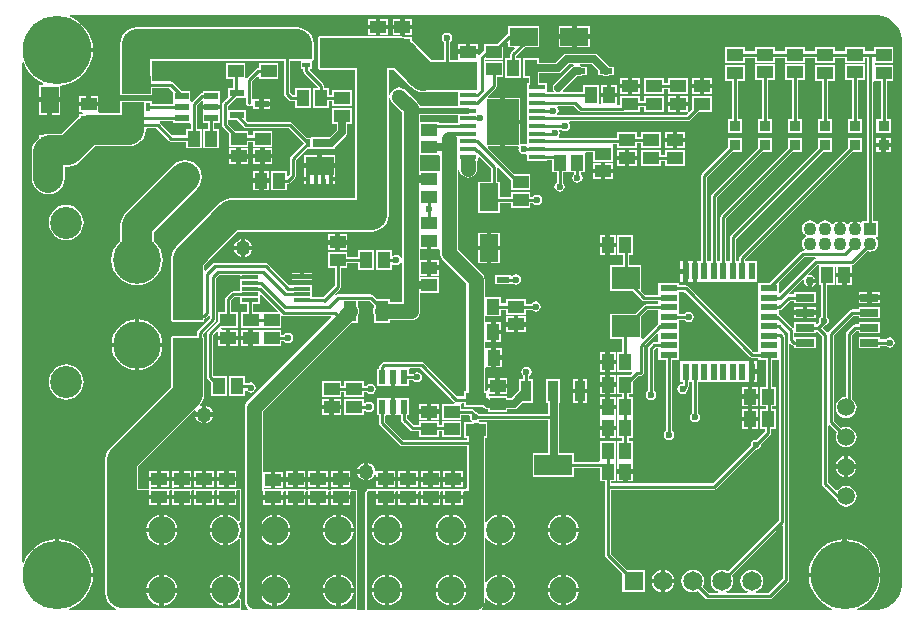
<source format=gtl>
G04*
G04 #@! TF.GenerationSoftware,Altium Limited,Altium Designer,20.1.11 (218)*
G04*
G04 Layer_Physical_Order=1*
G04 Layer_Color=255*
%FSLAX25Y25*%
%MOIN*%
G70*
G04*
G04 #@! TF.SameCoordinates,C2617A9B-E6B3-48ED-90EE-97796008DAC5*
G04*
G04*
G04 #@! TF.FilePolarity,Positive*
G04*
G01*
G75*
%ADD15R,0.09449X0.07480*%
%ADD16R,0.03740X0.03543*%
%ADD17R,0.05512X0.04331*%
%ADD18R,0.04331X0.05512*%
%ADD19R,0.06102X0.02756*%
%ADD20R,0.04331X0.06693*%
%ADD21R,0.02362X0.04724*%
%ADD22R,0.10787X0.15197*%
%ADD23R,0.05709X0.01772*%
%ADD24R,0.06693X0.04331*%
%ADD25R,0.01654X0.02756*%
%ADD26R,0.09331X0.06102*%
%ADD27R,0.02756X0.01654*%
%ADD28R,0.06102X0.09331*%
%ADD29R,0.03740X0.06890*%
%ADD30R,0.12598X0.06890*%
%ADD31R,0.05512X0.01181*%
%ADD32R,0.05807X0.02362*%
%ADD33R,0.02362X0.05807*%
%ADD34R,0.04921X0.02362*%
%ADD35R,0.04724X0.02362*%
%ADD36R,0.06102X0.09252*%
%ADD37R,0.09252X0.06102*%
%ADD38R,0.04331X0.01968*%
%ADD39R,0.06102X0.09055*%
%ADD78C,0.01000*%
%ADD79C,0.05000*%
%ADD80C,0.10000*%
%ADD81C,0.02500*%
%ADD82C,0.02000*%
%ADD83C,0.01850*%
%ADD84R,0.10000X0.18500*%
%ADD85R,0.10000X0.20000*%
%ADD86R,0.05000X0.02000*%
%ADD87R,0.03987X0.01773*%
%ADD88R,0.12500X0.09500*%
%ADD89R,0.06000X0.09500*%
%ADD90R,0.27500X0.10000*%
%ADD91R,0.07000X0.03000*%
%ADD92R,0.07000X0.05000*%
%ADD93R,0.09500X0.16000*%
%ADD94R,0.07500X0.08500*%
%ADD95C,0.09272*%
%ADD96C,0.22835*%
%ADD97C,0.05906*%
%ADD98C,0.04331*%
%ADD99R,0.04331X0.04331*%
%ADD100R,0.06496X0.06496*%
%ADD101C,0.06496*%
%ADD102C,0.10630*%
%ADD103C,0.15945*%
%ADD104R,0.05906X0.05906*%
%ADD105C,0.02362*%
%ADD106C,0.03000*%
%ADD107C,0.05000*%
G36*
X287683Y198844D02*
X289356Y198151D01*
X290863Y197144D01*
X292144Y195863D01*
X293150Y194357D01*
X293844Y192683D01*
X294197Y190906D01*
Y190000D01*
Y10000D01*
Y9094D01*
X293844Y7317D01*
X293150Y5644D01*
X292144Y4137D01*
X290863Y2856D01*
X289356Y1850D01*
X287683Y1156D01*
X285906Y803D01*
X279208D01*
X279109Y1303D01*
X280427Y1849D01*
X282027Y2829D01*
X283453Y4047D01*
X284671Y5474D01*
X285651Y7073D01*
X286369Y8806D01*
X286807Y10630D01*
X286895Y11750D01*
X263105D01*
X263193Y10630D01*
X263631Y8806D01*
X264349Y7073D01*
X265329Y5474D01*
X266547Y4047D01*
X267973Y2829D01*
X269573Y1849D01*
X270891Y1303D01*
X270792Y803D01*
X154234D01*
X154065Y1303D01*
X154140Y1360D01*
X154621Y1987D01*
X154923Y2717D01*
X155026Y3500D01*
Y4761D01*
X155491Y4898D01*
X155526Y4894D01*
X156337Y3837D01*
X157410Y3014D01*
X158659Y2496D01*
X159250Y2419D01*
Y7500D01*
Y12581D01*
X158659Y12504D01*
X157410Y11986D01*
X156337Y11163D01*
X155526Y10106D01*
X155491Y10102D01*
X155026Y10239D01*
Y24840D01*
X155491Y24977D01*
X155526Y24973D01*
X156337Y23916D01*
X157410Y23093D01*
X158659Y22575D01*
X159250Y22497D01*
Y27579D01*
Y32660D01*
X158659Y32582D01*
X157410Y32065D01*
X156337Y31242D01*
X155526Y30185D01*
X155491Y30181D01*
X155026Y30318D01*
Y56500D01*
Y58020D01*
X155847D01*
Y63350D01*
X153405D01*
X153182Y63443D01*
X153055Y63990D01*
X153288Y64280D01*
X176216D01*
Y53043D01*
X171051D01*
Y45154D01*
X184650D01*
Y48079D01*
X193382D01*
Y43744D01*
X195028D01*
Y42000D01*
Y19110D01*
X195105Y18720D01*
X195326Y18389D01*
X200909Y12806D01*
Y6752D01*
X208405D01*
Y14248D01*
X202351D01*
X197067Y19533D01*
Y40980D01*
X231500D01*
X231890Y41058D01*
X232221Y41279D01*
X245273Y54331D01*
X245500Y54286D01*
X246156Y54416D01*
X246712Y54788D01*
X247084Y55344D01*
X247214Y56000D01*
X247169Y56227D01*
X250221Y59279D01*
X250442Y59610D01*
X250520Y60000D01*
Y61244D01*
X252118D01*
Y67756D01*
X250705D01*
Y68744D01*
X252118D01*
Y75256D01*
X250705D01*
Y84295D01*
X252980D01*
Y30737D01*
X236034Y13791D01*
X235163Y14152D01*
X234185Y14280D01*
X233207Y14152D01*
X232295Y13774D01*
X231512Y13173D01*
X230911Y12390D01*
X230534Y11478D01*
X230405Y10500D01*
X230534Y9522D01*
X230911Y8610D01*
X231512Y7827D01*
X232295Y7226D01*
X232793Y7020D01*
X232694Y6520D01*
X229765D01*
X227634Y8651D01*
X227994Y9522D01*
X228123Y10500D01*
X227994Y11478D01*
X227616Y12390D01*
X227016Y13173D01*
X226233Y13774D01*
X225321Y14152D01*
X224342Y14280D01*
X223364Y14152D01*
X222452Y13774D01*
X221669Y13173D01*
X221069Y12390D01*
X220691Y11478D01*
X220562Y10500D01*
X220691Y9522D01*
X221069Y8610D01*
X221669Y7827D01*
X222452Y7226D01*
X223364Y6848D01*
X224342Y6720D01*
X225321Y6848D01*
X226192Y7209D01*
X228622Y4779D01*
X228952Y4558D01*
X229343Y4480D01*
X250000D01*
X250390Y4558D01*
X250721Y4779D01*
X256221Y10279D01*
X256442Y10610D01*
X256520Y11000D01*
Y89385D01*
X256981Y89577D01*
X257279Y89279D01*
X257610Y89058D01*
X258000Y88980D01*
X258221D01*
Y88122D01*
X265323D01*
Y91878D01*
X258221D01*
X258020Y92295D01*
Y92705D01*
X258221Y93122D01*
X258520Y93122D01*
X265323D01*
Y93528D01*
X265823Y93735D01*
X267480Y92078D01*
Y43000D01*
X267558Y42610D01*
X267779Y42279D01*
X271964Y38094D01*
X272127Y37985D01*
X272136Y37914D01*
X272484Y37074D01*
X273038Y36352D01*
X273759Y35799D01*
X274599Y35451D01*
X275500Y35332D01*
X276401Y35451D01*
X277241Y35799D01*
X277962Y36352D01*
X278516Y37074D01*
X278864Y37914D01*
X278982Y38815D01*
X278864Y39716D01*
X278516Y40556D01*
X277962Y41278D01*
X277241Y41831D01*
X276401Y42179D01*
X275500Y42298D01*
X274599Y42179D01*
X273759Y41831D01*
X273038Y41278D01*
X272748Y40901D01*
X272086Y40856D01*
X269520Y43422D01*
Y62331D01*
X270020Y62538D01*
X272435Y60123D01*
X272136Y59401D01*
X272018Y58500D01*
X272136Y57599D01*
X272484Y56759D01*
X273038Y56037D01*
X273759Y55484D01*
X274599Y55136D01*
X275500Y55018D01*
X276401Y55136D01*
X277241Y55484D01*
X277962Y56037D01*
X278516Y56759D01*
X278864Y57599D01*
X278982Y58500D01*
X278864Y59401D01*
X278516Y60241D01*
X277962Y60962D01*
X277241Y61516D01*
X276401Y61864D01*
X275500Y61983D01*
X274599Y61864D01*
X273877Y61565D01*
X271520Y63922D01*
Y92578D01*
X277922Y98980D01*
X279677D01*
Y98122D01*
X286779D01*
Y101878D01*
X279677D01*
Y101020D01*
X277500D01*
X277110Y100942D01*
X276779Y100721D01*
X269779Y93721D01*
X269633Y93502D01*
X269585Y93470D01*
X269227Y93392D01*
X269049Y93393D01*
X267442Y95000D01*
X268005Y95563D01*
X268062Y95551D01*
X268718Y95682D01*
X269274Y96053D01*
X269646Y96609D01*
X269777Y97265D01*
X269646Y97921D01*
X269274Y98477D01*
X269114Y98585D01*
Y109244D01*
X271713D01*
Y115316D01*
X272000Y115481D01*
X272287Y115316D01*
Y113250D01*
X274953D01*
X277618D01*
Y115494D01*
X277618Y115684D01*
X277816Y115956D01*
X277969Y116111D01*
X278221Y116279D01*
X282480Y120538D01*
X282804Y120403D01*
X283500Y120312D01*
X284196Y120403D01*
X284844Y120672D01*
X285401Y121099D01*
X285828Y121656D01*
X286097Y122304D01*
X286188Y123000D01*
X286097Y123696D01*
X285828Y124344D01*
X285452Y124835D01*
X285515Y125094D01*
X285657Y125335D01*
X286165D01*
Y130665D01*
X284520D01*
Y176928D01*
X284744Y177335D01*
X285020Y177335D01*
X286980D01*
Y164421D01*
X285630D01*
Y159878D01*
X290370D01*
Y164421D01*
X289020D01*
Y177335D01*
X291256D01*
Y182665D01*
X285184D01*
X285018Y182953D01*
X285184Y183240D01*
X291256D01*
Y188571D01*
X284744D01*
Y187020D01*
X281756D01*
Y188618D01*
X275244D01*
Y187020D01*
X271756D01*
Y188571D01*
X265244D01*
Y187020D01*
X261756D01*
Y188618D01*
X255244D01*
Y187020D01*
X251756D01*
Y188618D01*
X245244D01*
Y187020D01*
X241756D01*
Y188571D01*
X235244D01*
Y183240D01*
X241756D01*
Y184980D01*
X245244D01*
Y183287D01*
X251756D01*
Y184980D01*
X255244D01*
Y183287D01*
X261756D01*
Y184980D01*
X265244D01*
Y183240D01*
X271756D01*
Y184980D01*
X275244D01*
Y183287D01*
X281756D01*
Y184980D01*
X282480D01*
Y130665D01*
X280835D01*
Y130157D01*
X280594Y130015D01*
X280335Y129952D01*
X279844Y130328D01*
X279250Y130574D01*
Y128000D01*
X277750D01*
Y130574D01*
X277156Y130328D01*
X276599Y129901D01*
X276300Y129511D01*
X276195Y129474D01*
X275805D01*
X275700Y129511D01*
X275401Y129901D01*
X274844Y130328D01*
X274250Y130574D01*
Y128000D01*
X272750D01*
Y130574D01*
X272156Y130328D01*
X271599Y129901D01*
X271300Y129511D01*
X271195Y129474D01*
X270805D01*
X270700Y129511D01*
X270401Y129901D01*
X269844Y130328D01*
X269196Y130597D01*
X268500Y130688D01*
X267804Y130597D01*
X267156Y130328D01*
X266599Y129901D01*
X266300Y129511D01*
X266195Y129474D01*
X265805D01*
X265700Y129511D01*
X265401Y129901D01*
X264844Y130328D01*
X264196Y130597D01*
X263500Y130688D01*
X262804Y130597D01*
X262156Y130328D01*
X261599Y129901D01*
X261172Y129344D01*
X260903Y128696D01*
X260812Y128000D01*
X260903Y127304D01*
X261172Y126656D01*
X261599Y126099D01*
X261989Y125800D01*
X262026Y125695D01*
Y125305D01*
X261989Y125200D01*
X261599Y124901D01*
X261172Y124344D01*
X260903Y123696D01*
X260812Y123000D01*
X260903Y122304D01*
X261172Y121656D01*
X261599Y121099D01*
X261703Y121020D01*
X261533Y120520D01*
X261161D01*
X260771Y120442D01*
X260440Y120221D01*
X249924Y109705D01*
X246282D01*
Y106342D01*
Y103193D01*
Y100043D01*
Y96894D01*
Y93744D01*
Y90595D01*
Y86996D01*
X244446D01*
X222697Y108745D01*
X222367Y108966D01*
X221976Y109043D01*
X219719D01*
Y109705D01*
X212911D01*
Y105894D01*
X208619D01*
X207532Y106981D01*
X207224Y107331D01*
X207224D01*
X207224Y107331D01*
Y115811D01*
X203020D01*
Y119244D01*
X204618D01*
Y125756D01*
X199287D01*
Y119244D01*
X200980D01*
Y115811D01*
X196776D01*
Y107331D01*
X204298D01*
X207476Y104153D01*
X207807Y103932D01*
X208197Y103854D01*
X212911D01*
Y102744D01*
X208701D01*
X208311Y102666D01*
X207980Y102445D01*
X205204Y99669D01*
X196776D01*
Y91189D01*
X200886D01*
Y86756D01*
X199240D01*
Y80244D01*
X204048D01*
X204255Y79744D01*
X203767Y79256D01*
X199287D01*
Y72744D01*
X200933D01*
Y71756D01*
X199287D01*
Y65244D01*
X199287D01*
X199287Y64756D01*
X199287D01*
Y58244D01*
X200933D01*
Y57256D01*
X199287D01*
Y50756D01*
X199287Y50744D01*
Y50256D01*
X199287Y50244D01*
Y47750D01*
X201953D01*
X204618D01*
Y50244D01*
X204618Y50256D01*
Y50744D01*
X204618Y50756D01*
Y57256D01*
X202972D01*
Y58244D01*
X204618D01*
Y64756D01*
X204618D01*
X204618Y65244D01*
X204618D01*
Y71756D01*
X202972D01*
Y72744D01*
X204618D01*
Y77223D01*
X206375Y78980D01*
X207000D01*
X207390Y79058D01*
X207721Y79279D01*
X207942Y79610D01*
X208020Y80000D01*
Y88578D01*
X212450Y93008D01*
X212911Y92816D01*
Y90146D01*
X211626D01*
X211236Y90068D01*
X210905Y89847D01*
X209779Y88721D01*
X209558Y88390D01*
X209480Y88000D01*
Y73841D01*
X209288Y73712D01*
X208916Y73156D01*
X208786Y72500D01*
X208916Y71844D01*
X209288Y71288D01*
X209844Y70916D01*
X210500Y70786D01*
X211156Y70916D01*
X211712Y71288D01*
X212084Y71844D01*
X212214Y72500D01*
X212084Y73156D01*
X211712Y73712D01*
X211520Y73841D01*
Y87578D01*
X212048Y88106D01*
X212911D01*
Y84295D01*
X215477D01*
Y60544D01*
X215284Y60415D01*
X214913Y59859D01*
X214783Y59203D01*
X214913Y58547D01*
X215284Y57991D01*
X215841Y57620D01*
X216496Y57489D01*
X217152Y57620D01*
X217708Y57991D01*
X218080Y58547D01*
X218211Y59203D01*
X218080Y59859D01*
X217708Y60415D01*
X217516Y60544D01*
Y84295D01*
X219719D01*
Y87445D01*
Y90595D01*
Y93744D01*
Y97480D01*
X221659D01*
X221788Y97288D01*
X222344Y96916D01*
X223000Y96786D01*
X223656Y96916D01*
X224212Y97288D01*
X224584Y97844D01*
X224714Y98500D01*
X224584Y99156D01*
X224212Y99712D01*
X223656Y100084D01*
X223000Y100214D01*
X222344Y100084D01*
X221788Y99712D01*
X221659Y99520D01*
X219719D01*
Y103193D01*
Y107004D01*
X221554D01*
X243303Y85255D01*
X243633Y85034D01*
X244024Y84957D01*
X246282D01*
Y84295D01*
X248665D01*
Y75256D01*
X246787D01*
Y68744D01*
X248665D01*
Y67756D01*
X246787D01*
Y61244D01*
X248480D01*
Y60422D01*
X245727Y57669D01*
X245500Y57714D01*
X244844Y57584D01*
X244288Y57212D01*
X243916Y56656D01*
X243786Y56000D01*
X243831Y55773D01*
X231078Y43020D01*
X197067D01*
Y43744D01*
X198713D01*
Y50256D01*
X198713D01*
Y50744D01*
X198713D01*
Y57256D01*
X193382D01*
Y50744D01*
X193382D01*
Y50618D01*
X192939Y50118D01*
X184650D01*
Y53043D01*
X179784D01*
Y65500D01*
Y69957D01*
X180220D01*
Y77846D01*
X175480D01*
Y69957D01*
X176216D01*
Y66320D01*
X153041D01*
X152912Y66512D01*
X152356Y66884D01*
X151985Y66957D01*
X151268Y67674D01*
X150937Y67895D01*
X150547Y67972D01*
X147256D01*
Y69618D01*
X147588Y69980D01*
X148153D01*
Y68650D01*
X154327D01*
X154738Y68238D01*
X155317Y67852D01*
X156000Y67716D01*
X156095D01*
Y66929D01*
X162606D01*
Y67810D01*
X164638D01*
X165321Y67946D01*
X165900Y68333D01*
X167523Y69957D01*
X171165D01*
Y77846D01*
X169947D01*
Y78892D01*
X170139Y79020D01*
X170511Y79576D01*
X170641Y80232D01*
X170511Y80888D01*
X170139Y81444D01*
X169583Y81816D01*
X168927Y81946D01*
X168271Y81816D01*
X167715Y81444D01*
X167344Y80888D01*
X167213Y80232D01*
X167344Y79576D01*
X167715Y79020D01*
X167908Y78892D01*
Y77846D01*
X166425D01*
Y73905D01*
X163899Y71379D01*
X162606D01*
Y72260D01*
X156525D01*
X156359Y72547D01*
X156525Y72835D01*
X158600D01*
Y74750D01*
X156095D01*
Y74378D01*
X155846Y73980D01*
X155595Y73980D01*
X154998D01*
Y81383D01*
X155335Y81744D01*
X155498Y81744D01*
X157250D01*
Y85000D01*
X158000D01*
D01*
X157250D01*
Y88256D01*
X155498D01*
X155335Y88256D01*
X154998Y88617D01*
Y89864D01*
X155287Y90244D01*
X155498Y90244D01*
X157203D01*
Y93500D01*
Y96756D01*
X155498D01*
X155287Y96756D01*
X154998Y97136D01*
Y98364D01*
X155287Y98744D01*
X155498Y98744D01*
X160618D01*
Y100980D01*
X162244D01*
Y99287D01*
X168756D01*
Y100933D01*
X170691D01*
X170788Y100788D01*
X171344Y100416D01*
X172000Y100286D01*
X172656Y100416D01*
X173212Y100788D01*
X173584Y101344D01*
X173714Y102000D01*
X173584Y102656D01*
X173212Y103212D01*
X172656Y103584D01*
X172000Y103714D01*
X171344Y103584D01*
X170788Y103212D01*
X170628Y102972D01*
X168756D01*
Y104618D01*
X162244D01*
Y103020D01*
X160618D01*
Y105256D01*
X155498D01*
X155287Y105256D01*
X154998Y105636D01*
Y111000D01*
X154998Y111000D01*
X154895Y111783D01*
X154638Y112405D01*
Y112484D01*
X154605D01*
X154593Y112513D01*
X154112Y113140D01*
X154112Y113140D01*
X146026Y121226D01*
Y147574D01*
X146526Y147607D01*
X146577Y147217D01*
X146879Y146487D01*
X147360Y145860D01*
X147987Y145379D01*
X148717Y145077D01*
X149500Y144974D01*
X150283Y145077D01*
X151013Y145379D01*
X151640Y145860D01*
X152120Y146487D01*
X152423Y147217D01*
X152526Y148000D01*
Y149463D01*
X152541Y149500D01*
Y150598D01*
X152839D01*
Y151566D01*
X153300Y151758D01*
X157102Y147956D01*
Y143591D01*
X152949D01*
Y133339D01*
X160051D01*
Y136528D01*
X163744D01*
Y134882D01*
X170256D01*
Y136480D01*
X171159D01*
X171288Y136288D01*
X171844Y135916D01*
X172500Y135786D01*
X173156Y135916D01*
X173712Y136288D01*
X174084Y136844D01*
X174214Y137500D01*
X174084Y138156D01*
X173712Y138712D01*
X173156Y139084D01*
X172500Y139214D01*
X171844Y139084D01*
X171288Y138712D01*
X171159Y138520D01*
X170256D01*
Y140213D01*
X163744D01*
Y138567D01*
X160051D01*
Y143591D01*
X159142D01*
Y148209D01*
X159587Y148430D01*
X159624Y148434D01*
X163744Y144314D01*
Y140787D01*
X170256D01*
Y146118D01*
X164824D01*
X156002Y154940D01*
X156194Y155402D01*
X160250D01*
Y163500D01*
Y171598D01*
X156194D01*
X156002Y172060D01*
X158721Y174779D01*
X158942Y175110D01*
X159020Y175500D01*
Y178382D01*
X161256D01*
Y183713D01*
X155020D01*
Y184287D01*
X161256D01*
Y188767D01*
X162448Y189958D01*
X162909Y189767D01*
Y188449D01*
X164854D01*
X165045Y187987D01*
X163874Y186816D01*
X163653Y186485D01*
X163575Y186094D01*
Y184756D01*
X161929D01*
Y178244D01*
X167260D01*
Y184756D01*
X165614D01*
Y185672D01*
X168391Y188449D01*
X173161D01*
Y195551D01*
X162909D01*
Y192992D01*
X162657Y192942D01*
X162326Y192721D01*
X159223Y189618D01*
X154744D01*
Y187186D01*
X153279Y185721D01*
X153256Y185686D01*
X152756Y185838D01*
Y186203D01*
X146244D01*
Y184541D01*
X146244Y184287D01*
X145846Y184041D01*
X143520D01*
Y190159D01*
X143712Y190288D01*
X144084Y190844D01*
X144214Y191500D01*
X144084Y192156D01*
X143712Y192712D01*
X143156Y193084D01*
X142500Y193214D01*
X141844Y193084D01*
X141288Y192712D01*
X140916Y192156D01*
X140786Y191500D01*
X140916Y190844D01*
X141288Y190288D01*
X141480Y190159D01*
Y184041D01*
X137304D01*
X130923Y190423D01*
X130838Y190488D01*
Y191996D01*
X127608D01*
X127500Y192041D01*
X127048D01*
X127000Y192048D01*
X126952Y192041D01*
X100000D01*
X99617Y191883D01*
X99527Y191665D01*
X99449D01*
Y181335D01*
X99527D01*
X99617Y181117D01*
X100000Y180959D01*
X111952D01*
Y138048D01*
X70500D01*
X70500Y138048D01*
X69064Y137858D01*
X67726Y137304D01*
X66577Y136423D01*
X66577Y136423D01*
X52077Y121923D01*
X51196Y120774D01*
X50642Y119436D01*
X50453Y118000D01*
X50504Y117609D01*
X50459Y117500D01*
Y97500D01*
X50617Y97117D01*
X51000Y96959D01*
X61000D01*
X61383Y97117D01*
X61541Y97500D01*
Y97989D01*
X61890Y98058D01*
X62221Y98279D01*
X62980Y99038D01*
X63480Y98831D01*
Y98107D01*
X59279Y93906D01*
X59058Y93575D01*
X58980Y93185D01*
Y92041D01*
X51000D01*
X50617Y91883D01*
X50459Y91500D01*
Y75304D01*
X30077Y54923D01*
X29196Y53774D01*
X28642Y52436D01*
X28453Y51000D01*
Y6500D01*
X28642Y5064D01*
X29196Y3726D01*
X30077Y2577D01*
X31226Y1696D01*
X32175Y1303D01*
X32076Y803D01*
X16708D01*
X16609Y1303D01*
X17927Y1849D01*
X19526Y2829D01*
X20953Y4047D01*
X22171Y5474D01*
X23151Y7073D01*
X23869Y8806D01*
X24307Y10630D01*
X24395Y11750D01*
X12500D01*
Y12500D01*
X11750D01*
Y24395D01*
X10630Y24307D01*
X8806Y23869D01*
X7073Y23151D01*
X5474Y22171D01*
X4047Y20953D01*
X2829Y19526D01*
X1849Y17927D01*
X1303Y16609D01*
X803Y16708D01*
Y183292D01*
X1303Y183391D01*
X1849Y182073D01*
X2829Y180473D01*
X4047Y179047D01*
X5474Y177829D01*
X7073Y176849D01*
X7934Y176492D01*
X7834Y175992D01*
X6449D01*
Y171715D01*
X10000D01*
X13551D01*
Y175629D01*
X14370Y175693D01*
X16194Y176131D01*
X17927Y176849D01*
X19526Y177829D01*
X20953Y179047D01*
X22171Y180473D01*
X23151Y182073D01*
X23869Y183806D01*
X24307Y185630D01*
X24395Y186750D01*
X12500D01*
Y188250D01*
X24395D01*
X24307Y189370D01*
X23869Y191194D01*
X23151Y192927D01*
X22171Y194527D01*
X20953Y195953D01*
X19526Y197171D01*
X17927Y198151D01*
X16609Y198697D01*
X16708Y199197D01*
X285906D01*
X287683Y198844D01*
D02*
G37*
G36*
X130577Y175077D02*
X131726Y174196D01*
X133064Y173642D01*
X133789Y173546D01*
X134000Y173459D01*
X134452D01*
X134500Y173452D01*
X134548Y173459D01*
X146130D01*
Y168791D01*
X133323D01*
X133309Y168897D01*
X133007Y169626D01*
X132526Y170253D01*
X128640Y174140D01*
X128013Y174620D01*
X127283Y174923D01*
X126500Y175026D01*
X125717Y174923D01*
X124987Y174620D01*
X124360Y174140D01*
X123880Y173513D01*
X123577Y172783D01*
X123547Y172557D01*
X123047Y172590D01*
Y180959D01*
X124696D01*
X130577Y175077D01*
D02*
G37*
G36*
X146130Y163394D02*
Y163240D01*
X139756D01*
Y163618D01*
X133526D01*
Y165886D01*
X146130D01*
Y163394D01*
D02*
G37*
G36*
X139756Y152382D02*
X139974Y151972D01*
Y147575D01*
X139756Y147165D01*
X133526D01*
Y152382D01*
X139756D01*
D02*
G37*
G36*
X137250Y121335D02*
X139756D01*
X139974Y120925D01*
Y119972D01*
X140077Y119189D01*
X140380Y118459D01*
X140860Y117833D01*
X148947Y109747D01*
Y73980D01*
X148153D01*
Y72020D01*
X145922D01*
X134721Y83221D01*
X134390Y83442D01*
X134000Y83520D01*
X121500D01*
X121110Y83442D01*
X120779Y83221D01*
X120039Y82481D01*
X119818Y82150D01*
X119740Y81760D01*
Y81283D01*
X119079D01*
Y75559D01*
X122319D01*
X122441Y75559D01*
X122819D01*
X122941Y75559D01*
X123750D01*
Y78421D01*
X125250D01*
Y75559D01*
X126059D01*
X126181Y75559D01*
X126559D01*
X126681Y75559D01*
X129921D01*
Y77402D01*
X131238D01*
X131367Y77209D01*
X131923Y76838D01*
X132579Y76707D01*
X133235Y76838D01*
X133791Y77209D01*
X134162Y77765D01*
X134293Y78421D01*
X134162Y79077D01*
X133791Y79633D01*
X133235Y80005D01*
X132579Y80135D01*
X131923Y80005D01*
X131367Y79633D01*
X131238Y79441D01*
X129921D01*
X129921Y81283D01*
X130340Y81480D01*
X133578D01*
X144779Y70279D01*
X145020Y70118D01*
X144962Y69683D01*
X144937Y69618D01*
X140744D01*
Y64287D01*
X147256D01*
Y65933D01*
X149718D01*
X150035Y65547D01*
X149986Y65300D01*
X150116Y64644D01*
X150488Y64088D01*
X150710Y63939D01*
X150655Y63375D01*
X150595Y63350D01*
X148153D01*
Y58020D01*
X148974D01*
Y57520D01*
X127922D01*
X121779Y63662D01*
Y65363D01*
X122133Y65716D01*
X122819Y65716D01*
X122941Y65716D01*
X123750D01*
Y68579D01*
Y71441D01*
X122941D01*
X122819Y71441D01*
X122441D01*
X122319Y71441D01*
X119079D01*
Y65716D01*
X119740D01*
Y63240D01*
X119818Y62850D01*
X120039Y62519D01*
X126779Y55779D01*
X127110Y55558D01*
X127500Y55480D01*
X148974D01*
Y41401D01*
X148620Y41048D01*
X148208Y41049D01*
X147756Y41165D01*
Y41165D01*
X141244D01*
Y41165D01*
X141148Y41069D01*
X140717Y41070D01*
X140256Y41165D01*
Y41165D01*
X133744D01*
Y41165D01*
X133669Y41090D01*
X133193Y41092D01*
X132756Y41260D01*
X132756Y41260D01*
X132756Y41260D01*
X126244D01*
Y41260D01*
X126096Y41112D01*
X125702Y41113D01*
X125256Y41260D01*
X125256Y41260D01*
X125256Y41260D01*
X118744D01*
Y41260D01*
X118617Y41133D01*
X116156Y41140D01*
X116155Y41140D01*
X116155Y41140D01*
X115964Y41061D01*
X115772Y40983D01*
X115772Y40982D01*
X115772Y40982D01*
X115418Y40629D01*
X115418Y40629D01*
X115417Y40629D01*
X115337Y40436D01*
X115259Y40247D01*
X115259Y40246D01*
X115259Y40246D01*
Y1000D01*
X115127Y803D01*
X112918D01*
X112541Y1200D01*
Y40400D01*
X112462Y40590D01*
X112384Y40782D01*
X112383Y40782D01*
X112383Y40783D01*
X112193Y40861D01*
X112002Y40941D01*
X110665Y40945D01*
X110256Y41165D01*
X110256Y41165D01*
X110256Y41165D01*
X103744D01*
Y41165D01*
X103544Y40966D01*
X103174Y40967D01*
X102756Y41165D01*
X102756Y41165D01*
X102756Y41165D01*
X96244D01*
Y41165D01*
X96066Y40988D01*
X95702Y40989D01*
X95256Y41118D01*
Y41118D01*
X88744D01*
Y41118D01*
X88636Y41010D01*
X88231Y41011D01*
X87756Y41071D01*
Y41071D01*
X81687D01*
X81521Y41358D01*
X81687Y41646D01*
X83750D01*
Y44311D01*
Y46976D01*
X81526D01*
X81244Y46976D01*
X81026Y47386D01*
Y67062D01*
X109482Y95518D01*
X110618Y96653D01*
X112850D01*
Y99095D01*
X113108Y99717D01*
X113211Y100500D01*
X113108Y101283D01*
X112850Y101905D01*
Y103980D01*
X116578D01*
X118150Y102409D01*
Y101905D01*
X117892Y101283D01*
X117789Y100500D01*
X117892Y99717D01*
X118150Y99095D01*
Y96653D01*
X123480D01*
Y97474D01*
X130500D01*
X131283Y97577D01*
X132013Y97879D01*
X132640Y98360D01*
X133121Y98987D01*
X133423Y99717D01*
X133526Y100500D01*
Y106382D01*
X139756D01*
Y111713D01*
X133526D01*
Y112287D01*
X135750D01*
Y114953D01*
Y117618D01*
X133526D01*
Y121335D01*
X135750D01*
Y124000D01*
X137250D01*
Y121335D01*
D02*
G37*
G36*
X123577Y171217D02*
X123880Y170487D01*
X124360Y169860D01*
X127440Y166780D01*
X127464Y166603D01*
X127474Y166578D01*
Y144500D01*
Y118471D01*
X126974Y118320D01*
X126712Y118712D01*
X126156Y119084D01*
X125500Y119214D01*
X124844Y119084D01*
X124571Y118901D01*
X124071Y119168D01*
Y120756D01*
X118740D01*
Y114244D01*
X124071D01*
Y115832D01*
X124571Y116099D01*
X124844Y115916D01*
X125500Y115786D01*
X126156Y115916D01*
X126712Y116288D01*
X126974Y116680D01*
X127474Y116529D01*
Y109000D01*
Y103526D01*
X123480D01*
Y104347D01*
X119096D01*
X117721Y105721D01*
X117390Y105942D01*
X117000Y106020D01*
X106000D01*
X105610Y105942D01*
X105553Y105904D01*
X105234Y106292D01*
X106721Y107779D01*
X106942Y108110D01*
X107020Y108500D01*
Y114835D01*
X109256D01*
Y116480D01*
X112835D01*
Y114244D01*
X118165D01*
Y120756D01*
X112835D01*
Y118520D01*
X109256D01*
Y120165D01*
X102744D01*
Y114835D01*
X104980D01*
Y108922D01*
X101141Y105083D01*
X97417D01*
Y108878D01*
Y109219D01*
X94161D01*
X90905D01*
Y109020D01*
X89922D01*
X82721Y116221D01*
X82390Y116442D01*
X82000Y116520D01*
X65000D01*
X64610Y116442D01*
X64279Y116221D01*
X62041Y113983D01*
X61541Y114190D01*
Y115696D01*
X72798Y126953D01*
X117500D01*
X118936Y127142D01*
X120274Y127696D01*
X121423Y128577D01*
X122304Y129726D01*
X122858Y131064D01*
X123047Y132500D01*
Y171410D01*
X123547Y171443D01*
X123577Y171217D01*
D02*
G37*
G36*
X265303Y117980D02*
X265110Y117942D01*
X264779Y117721D01*
X253589Y106530D01*
X253089Y106738D01*
Y109705D01*
X253089Y109705D01*
X253089D01*
X253251Y110147D01*
X261584Y118480D01*
X265254D01*
X265303Y117980D01*
D02*
G37*
G36*
X266382Y115756D02*
X266382Y115480D01*
Y109244D01*
X267075D01*
Y98627D01*
X266850Y98477D01*
X266479Y97921D01*
X266349Y97265D01*
X266427Y96869D01*
X265823Y96265D01*
X265323Y96472D01*
Y96878D01*
X258221D01*
Y94995D01*
X257723Y94843D01*
X257720Y94843D01*
X253342Y99221D01*
X253089Y99391D01*
Y100705D01*
X253224D01*
X253615Y100782D01*
X253945Y101003D01*
X256922Y103980D01*
X258221D01*
Y103122D01*
X265323D01*
Y106878D01*
X258221D01*
Y106020D01*
X256669D01*
X256448Y106465D01*
X256444Y106502D01*
X261077Y111135D01*
X261538Y110889D01*
X261461Y110500D01*
X261616Y109720D01*
X262058Y109058D01*
X262720Y108616D01*
X262750Y108610D01*
Y110500D01*
X263500D01*
Y111250D01*
X265390D01*
X265384Y111280D01*
X264942Y111942D01*
X264280Y112384D01*
X263500Y112539D01*
X263111Y112462D01*
X262864Y112923D01*
X265922Y115980D01*
X265975D01*
X266382Y115756D01*
D02*
G37*
G36*
X85978Y100580D02*
X85787Y100118D01*
X80744D01*
Y100118D01*
X80256Y100118D01*
Y100118D01*
X77858D01*
Y102972D01*
X80094D01*
Y105810D01*
X80556Y106002D01*
X85978Y100580D01*
D02*
G37*
G36*
X212911Y96285D02*
X212704Y96146D01*
X207708Y91150D01*
X207224Y91373D01*
Y98806D01*
X209123Y100705D01*
X212911D01*
Y96285D01*
D02*
G37*
G36*
X73583Y107051D02*
X71031D01*
X70641Y106974D01*
X70310Y106753D01*
X68779Y105221D01*
X68558Y104890D01*
X68480Y104500D01*
Y100118D01*
X66244D01*
Y97186D01*
X62779Y93721D01*
X62558Y93390D01*
X62480Y93000D01*
Y78594D01*
X62558Y78204D01*
X62779Y77873D01*
X63929Y76723D01*
Y72244D01*
X69260D01*
Y78756D01*
X64780D01*
X64520Y79017D01*
Y92578D01*
X65744Y93802D01*
X66244Y93595D01*
Y92297D01*
X68750D01*
Y94213D01*
X67382D01*
X67115Y94713D01*
X67165Y94787D01*
X72756D01*
Y100118D01*
X70520D01*
Y104078D01*
X71454Y105012D01*
X73583D01*
Y102972D01*
X75819D01*
Y100118D01*
X73744D01*
Y94787D01*
X80256D01*
Y94787D01*
X80744Y94787D01*
Y94787D01*
X87256D01*
Y98693D01*
X87357Y98798D01*
X87756Y99029D01*
X88000Y98980D01*
X103733D01*
X103924Y98519D01*
X75860Y70455D01*
X75380Y69828D01*
X75077Y69098D01*
X74974Y68315D01*
Y3700D01*
X75077Y2917D01*
X75380Y2187D01*
X75860Y1560D01*
X76196Y1303D01*
X76026Y803D01*
X74022D01*
X73760Y1303D01*
X73841Y1500D01*
Y4276D01*
X73794Y4391D01*
X73785Y4515D01*
X73717Y4575D01*
X73683Y4658D01*
X73577Y4702D01*
X73565Y4708D01*
X73474Y4788D01*
X73473Y4789D01*
X73267Y5244D01*
X73614Y6081D01*
X73790Y7421D01*
X73614Y8762D01*
X73267Y9599D01*
X73473Y10054D01*
X73474Y10054D01*
X73565Y10134D01*
X73577Y10140D01*
X73683Y10184D01*
X73717Y10268D01*
X73785Y10327D01*
X73794Y10452D01*
X73841Y10567D01*
Y24354D01*
X73794Y24470D01*
X73785Y24594D01*
X73717Y24654D01*
X73683Y24737D01*
X73577Y24781D01*
X73565Y24787D01*
X73474Y24867D01*
X73473Y24867D01*
X73267Y25323D01*
X73614Y26159D01*
X73790Y27500D01*
X73614Y28841D01*
X73267Y29677D01*
X73473Y30133D01*
X73474Y30133D01*
X73565Y30213D01*
X73577Y30219D01*
X73683Y30263D01*
X73717Y30347D01*
X73785Y30406D01*
X73794Y30531D01*
X73841Y30645D01*
Y40700D01*
X73762Y40891D01*
X73684Y41082D01*
X73683Y41082D01*
X73683Y41083D01*
X73491Y41162D01*
X73301Y41241D01*
X72611Y41243D01*
X72611Y41243D01*
X72611Y41243D01*
X72256Y41213D01*
X72256Y41213D01*
X65860D01*
X65746Y41260D01*
X65111Y41262D01*
X65111Y41262D01*
X65111Y41262D01*
X64756Y41213D01*
X64756Y41213D01*
X58406D01*
X58245Y41280D01*
X57611Y41281D01*
X57611Y41281D01*
X57611Y41281D01*
X57256Y41213D01*
X57256Y41213D01*
X51217D01*
X51137Y41287D01*
X51195Y41573D01*
X51334Y41787D01*
X53250D01*
Y43703D01*
X50744D01*
Y42275D01*
X50744Y42266D01*
X50744Y42266D01*
X50744Y41799D01*
X50734Y41606D01*
X50398Y41300D01*
X50111Y41300D01*
X50111Y41300D01*
X50111Y41300D01*
X49756Y41213D01*
X49756Y41213D01*
X43723D01*
X43646Y41287D01*
X43682Y41510D01*
X43848Y41787D01*
X45750D01*
Y43703D01*
X43244D01*
Y42256D01*
X43244Y42244D01*
X43244Y42244D01*
X43244Y41818D01*
X43205Y41555D01*
X42915Y41319D01*
X39548Y41327D01*
Y48702D01*
X58324Y67479D01*
X58748Y67196D01*
X58577Y66783D01*
X58573Y66750D01*
X60750D01*
Y68927D01*
X60717Y68923D01*
X60285Y68744D01*
X60146Y68871D01*
X59987Y69162D01*
X60804Y70226D01*
X61358Y71564D01*
X61547Y73000D01*
X61541Y73048D01*
Y91500D01*
X61383Y91883D01*
X61020Y92033D01*
Y92763D01*
X65221Y96964D01*
X65442Y97295D01*
X65520Y97685D01*
Y111578D01*
X66422Y112480D01*
X73583D01*
Y107051D01*
D02*
G37*
G36*
X43244Y40777D02*
Y39297D01*
X46500D01*
X49756D01*
Y40406D01*
X50110Y40759D01*
X50744Y40758D01*
Y39297D01*
X54000D01*
X57256D01*
Y40387D01*
X57610Y40740D01*
X58244Y40738D01*
Y39297D01*
X64756D01*
Y40368D01*
X65110Y40721D01*
X65744Y40719D01*
Y39297D01*
X72256D01*
Y40349D01*
X72610Y40702D01*
X73300Y40700D01*
Y30645D01*
X72800Y30476D01*
X72273Y31163D01*
X71200Y31986D01*
X69951Y32504D01*
X69360Y32581D01*
Y27500D01*
Y22419D01*
X69951Y22496D01*
X71200Y23014D01*
X72273Y23837D01*
X72800Y24524D01*
X73300Y24354D01*
Y10567D01*
X72800Y10397D01*
X72273Y11084D01*
X71200Y11907D01*
X69951Y12425D01*
X69360Y12503D01*
Y7421D01*
Y2340D01*
X69951Y2418D01*
X71200Y2935D01*
X72273Y3758D01*
X72800Y4445D01*
X73300Y4276D01*
Y1500D01*
X34100D01*
Y40446D01*
X34454Y40799D01*
X43244Y40777D01*
D02*
G37*
G36*
X254480Y28700D02*
Y11422D01*
X249578Y6520D01*
X245519D01*
X245419Y7020D01*
X245918Y7226D01*
X246701Y7827D01*
X247302Y8610D01*
X247679Y9522D01*
X247808Y10500D01*
X247679Y11478D01*
X247302Y12390D01*
X246701Y13173D01*
X245918Y13774D01*
X245006Y14152D01*
X244028Y14280D01*
X243049Y14152D01*
X242137Y13774D01*
X241354Y13173D01*
X240754Y12390D01*
X240376Y11478D01*
X240247Y10500D01*
X240376Y9522D01*
X240754Y8610D01*
X241354Y7827D01*
X242137Y7226D01*
X242636Y7020D01*
X242536Y6520D01*
X235676D01*
X235577Y7020D01*
X236075Y7226D01*
X236858Y7827D01*
X237459Y8610D01*
X237837Y9522D01*
X237965Y10500D01*
X237837Y11478D01*
X237476Y12349D01*
X254018Y28892D01*
X254480Y28700D01*
D02*
G37*
G36*
X81244Y40491D02*
Y39156D01*
X84500D01*
X87756D01*
Y40117D01*
X88110Y40470D01*
X88744Y40469D01*
Y39203D01*
X92000D01*
X95256D01*
Y40095D01*
X95610Y40448D01*
X96244Y40446D01*
Y39250D01*
X102756D01*
Y40073D01*
X103110Y40426D01*
X103744Y40424D01*
Y39250D01*
X110256D01*
Y40051D01*
X110610Y40404D01*
X112000Y40400D01*
Y1200D01*
X78100D01*
Y40146D01*
X78454Y40499D01*
X81244Y40491D01*
D02*
G37*
G36*
X118744Y40592D02*
Y39344D01*
X125256D01*
Y40219D01*
X125610Y40572D01*
X126244Y40570D01*
Y39344D01*
X132756D01*
Y40198D01*
X133110Y40551D01*
X133744Y40549D01*
Y39250D01*
X137000D01*
X140256D01*
Y40176D01*
X140610Y40530D01*
X141244Y40528D01*
Y39250D01*
X144500D01*
X147756D01*
Y40155D01*
X148110Y40508D01*
X152100Y40497D01*
Y1000D01*
X115800D01*
Y40246D01*
X116154Y40599D01*
X118744Y40592D01*
D02*
G37*
%LPC*%
G36*
X130838Y197902D02*
X128332D01*
Y195987D01*
X130838D01*
Y197902D01*
D02*
G37*
G36*
X126832D02*
X124326D01*
Y195987D01*
X126832D01*
Y197902D01*
D02*
G37*
G36*
X122757Y197902D02*
X120252D01*
Y195987D01*
X122757D01*
Y197902D01*
D02*
G37*
G36*
X118752D02*
X116246D01*
Y195987D01*
X118752D01*
Y197902D01*
D02*
G37*
G36*
X190091Y195551D02*
X185715D01*
Y192750D01*
X190091D01*
Y195551D01*
D02*
G37*
G36*
X184215D02*
X179839D01*
Y192750D01*
X184215D01*
Y195551D01*
D02*
G37*
G36*
X130838Y194487D02*
X128332D01*
Y192571D01*
X130838D01*
Y194487D01*
D02*
G37*
G36*
X126832D02*
X124326D01*
Y192571D01*
X126832D01*
Y194487D01*
D02*
G37*
G36*
X122757Y194487D02*
X120252D01*
Y192571D01*
X122757D01*
Y194487D01*
D02*
G37*
G36*
X118752D02*
X116246D01*
Y192571D01*
X118752D01*
Y194487D01*
D02*
G37*
G36*
X190091Y191250D02*
X185715D01*
Y188449D01*
X190091D01*
Y191250D01*
D02*
G37*
G36*
X184215D02*
X179839D01*
Y188449D01*
X184215D01*
Y191250D01*
D02*
G37*
G36*
X152756Y189618D02*
X150250D01*
Y187703D01*
X152756D01*
Y189618D01*
D02*
G37*
G36*
X148750D02*
X146244D01*
Y187703D01*
X148750D01*
Y189618D01*
D02*
G37*
G36*
X191528Y186284D02*
X182500D01*
X181817Y186149D01*
X181238Y185762D01*
X178761Y183284D01*
X173165D01*
Y184756D01*
X167835D01*
Y178244D01*
X169716D01*
Y176402D01*
X169161D01*
Y173630D01*
Y171071D01*
Y168512D01*
Y165953D01*
Y163394D01*
Y160835D01*
Y156347D01*
X168661Y156080D01*
X168656Y156084D01*
X168000Y156214D01*
X167394Y156093D01*
X167256Y156119D01*
X166894Y156313D01*
Y162750D01*
X161750D01*
Y155402D01*
X166025D01*
X166366Y154902D01*
X166286Y154500D01*
X166416Y153844D01*
X166788Y153288D01*
X167344Y152916D01*
X168000Y152786D01*
X168656Y152916D01*
X168661Y152920D01*
X169161Y152653D01*
Y150598D01*
X175870D01*
Y150965D01*
X177382D01*
Y146744D01*
X178980D01*
Y143341D01*
X178788Y143212D01*
X178416Y142656D01*
X178286Y142000D01*
X178416Y141344D01*
X178788Y140788D01*
X179344Y140416D01*
X180000Y140286D01*
X180656Y140416D01*
X181212Y140788D01*
X181584Y141344D01*
X181714Y142000D01*
X181584Y142656D01*
X181212Y143212D01*
X181020Y143341D01*
Y146744D01*
X182713D01*
Y152832D01*
X183000Y152998D01*
X183287Y152832D01*
Y146744D01*
X184832D01*
X184860Y146244D01*
X184741Y146165D01*
X184369Y145609D01*
X184239Y144953D01*
X184369Y144297D01*
X184741Y143741D01*
X185297Y143369D01*
X185953Y143239D01*
X186609Y143369D01*
X187165Y143741D01*
X187536Y144297D01*
X187667Y144953D01*
X187536Y145609D01*
X187165Y146165D01*
X187046Y146244D01*
X187074Y146744D01*
X188618D01*
Y153024D01*
X188618Y153256D01*
X189007Y153524D01*
X191244D01*
Y150335D01*
X197756D01*
Y155665D01*
X197955Y156083D01*
X199244D01*
Y154787D01*
X205756D01*
Y156433D01*
X207244D01*
Y154740D01*
X213756D01*
Y160071D01*
X207244D01*
Y158472D01*
X205756D01*
Y160118D01*
X199244D01*
Y158122D01*
X179887D01*
X179821Y158203D01*
X179665Y158622D01*
X179954Y159054D01*
X180084Y159710D01*
X179954Y160366D01*
X179730Y160701D01*
X179996Y161201D01*
X180268D01*
X180282Y161198D01*
X180505D01*
X180633Y161006D01*
X181190Y160634D01*
X181845Y160503D01*
X182501Y160634D01*
X183057Y161006D01*
X183429Y161562D01*
X183559Y162218D01*
X183429Y162873D01*
X183171Y163260D01*
X183394Y163760D01*
X222732D01*
X223122Y163838D01*
X223453Y164059D01*
X226277Y166882D01*
X230756D01*
Y172213D01*
X224244D01*
Y167733D01*
X223193Y166682D01*
X222756Y166952D01*
X222756Y167286D01*
Y168750D01*
X220250D01*
Y166835D01*
X222271D01*
X222638Y166835D01*
X222909Y166398D01*
X222310Y165799D01*
X179481D01*
X179254Y166299D01*
X179511Y166683D01*
X179641Y167339D01*
X179511Y167994D01*
X179254Y168378D01*
X179481Y168878D01*
X184680D01*
X186279Y167279D01*
X186610Y167058D01*
X187000Y166980D01*
X200244D01*
Y166929D01*
X206756D01*
Y168575D01*
X208244D01*
Y166882D01*
X214756D01*
Y172213D01*
X208244D01*
Y170614D01*
X206756D01*
Y172260D01*
X200244D01*
Y169020D01*
X199572D01*
X199165Y169244D01*
X199165Y169520D01*
Y171750D01*
X196500D01*
X193835D01*
Y169684D01*
X193547Y169518D01*
X193260Y169684D01*
Y175756D01*
X187929D01*
Y173476D01*
X181207D01*
X181000Y173976D01*
X185739Y178716D01*
X186472D01*
X187155Y178851D01*
X187401Y179016D01*
X189138D01*
Y181984D01*
X187401D01*
X187155Y182149D01*
X186817Y182216D01*
X186866Y182716D01*
X190788D01*
X192862Y180642D01*
Y179016D01*
X194599D01*
X194845Y178851D01*
X195528Y178716D01*
X196210Y178851D01*
X196456Y179016D01*
X198193D01*
Y181984D01*
X196567D01*
X192789Y185762D01*
X192210Y186149D01*
X191528Y186284D01*
D02*
G37*
G36*
X86256Y183260D02*
X79744D01*
Y181614D01*
X79594D01*
X79204Y181536D01*
X78873Y181316D01*
X75779Y178221D01*
X75756Y178186D01*
X75256Y178338D01*
Y183213D01*
X68744D01*
Y177882D01*
X70980D01*
Y174921D01*
X69406D01*
Y171721D01*
X67779Y170095D01*
X67558Y169764D01*
X67480Y169374D01*
Y162453D01*
X67558Y162063D01*
X67779Y161732D01*
X69744Y159767D01*
Y155287D01*
X76256D01*
Y156980D01*
X77744D01*
Y155335D01*
X84256D01*
Y160665D01*
X77744D01*
Y159020D01*
X76256D01*
Y160618D01*
X71777D01*
X69520Y162875D01*
Y164079D01*
X72605D01*
X74905Y161779D01*
X75236Y161558D01*
X75626Y161480D01*
X89621D01*
X94719Y156382D01*
X90279Y151941D01*
X90058Y151611D01*
X89980Y151221D01*
Y145922D01*
X89627Y145569D01*
X89165Y145761D01*
Y147256D01*
X83835D01*
Y140744D01*
X89165D01*
Y142980D01*
X89500D01*
X89890Y143058D01*
X90221Y143279D01*
X91721Y144779D01*
X91942Y145110D01*
X92020Y145500D01*
Y150798D01*
X95725Y154504D01*
X97391D01*
X97500Y154459D01*
X104500D01*
X104609Y154504D01*
X105165D01*
Y155185D01*
X108762Y158782D01*
X109149Y159361D01*
X109284Y160043D01*
X109284Y160043D01*
Y162929D01*
X110756D01*
Y168260D01*
X104244D01*
Y162929D01*
X105716D01*
Y160782D01*
X103474Y158541D01*
X97500D01*
X97117Y158383D01*
X97066Y158260D01*
X95725D01*
X90764Y163221D01*
X90434Y163442D01*
X90043Y163520D01*
X76048D01*
X75327Y164241D01*
Y167441D01*
X69520D01*
Y168952D01*
X72127Y171559D01*
X75327Y171559D01*
X75480Y171123D01*
Y169894D01*
X75558Y169503D01*
X75779Y169173D01*
X76110Y168952D01*
X76500Y168874D01*
X76890Y168952D01*
X77173Y169141D01*
X77397Y169086D01*
X77673Y168950D01*
Y167819D01*
X79884D01*
Y169500D01*
Y171181D01*
X78020D01*
X77673Y171181D01*
X77520Y171617D01*
Y177078D01*
X79282Y178840D01*
X79744Y178649D01*
Y177929D01*
X86256D01*
Y183260D01*
D02*
G37*
G36*
X206756Y178165D02*
X204250D01*
Y176250D01*
X206756D01*
Y178165D01*
D02*
G37*
G36*
X202750D02*
X200244D01*
Y176250D01*
X202750D01*
Y178165D01*
D02*
G37*
G36*
X230756Y178118D02*
X228250D01*
Y176203D01*
X230756D01*
Y178118D01*
D02*
G37*
G36*
X226750D02*
X224244D01*
Y176203D01*
X226750D01*
Y178118D01*
D02*
G37*
G36*
X199165Y175756D02*
X197250D01*
Y173250D01*
X199165D01*
Y175756D01*
D02*
G37*
G36*
X195750D02*
X193835D01*
Y173250D01*
X195750D01*
Y175756D01*
D02*
G37*
G36*
X206756Y174750D02*
X204250D01*
Y172835D01*
X206756D01*
Y174750D01*
D02*
G37*
G36*
X202750D02*
X200244D01*
Y172835D01*
X202750D01*
Y174750D01*
D02*
G37*
G36*
X230756Y174703D02*
X228250D01*
Y172787D01*
X230756D01*
Y174703D01*
D02*
G37*
G36*
X226750D02*
X224244D01*
Y172787D01*
X226750D01*
Y174703D01*
D02*
G37*
G36*
X214756Y178118D02*
X208244D01*
Y172787D01*
X214756D01*
Y174433D01*
X216244D01*
Y172740D01*
X222756D01*
Y178071D01*
X216244D01*
Y176472D01*
X214756D01*
Y178118D01*
D02*
G37*
G36*
X222756Y172165D02*
X220250D01*
Y170250D01*
X222756D01*
Y172165D01*
D02*
G37*
G36*
X81384Y171181D02*
Y170250D01*
X83595D01*
Y171181D01*
X81384D01*
D02*
G37*
G36*
X218750Y172165D02*
X216244D01*
Y170250D01*
X218750D01*
Y172165D01*
D02*
G37*
G36*
X26256Y172118D02*
X23750D01*
Y170203D01*
X26256D01*
Y172118D01*
D02*
G37*
G36*
X22250D02*
X19744D01*
Y170203D01*
X22250D01*
Y172118D01*
D02*
G37*
G36*
X92500Y195047D02*
X39000D01*
X37564Y194858D01*
X36226Y194304D01*
X35077Y193423D01*
X34196Y192274D01*
X33642Y190936D01*
X33452Y189500D01*
X33504Y189109D01*
X33459Y189000D01*
Y173000D01*
X33617Y172617D01*
X33835Y172527D01*
Y172449D01*
X44165D01*
Y174980D01*
X49897D01*
X51217Y173660D01*
Y170681D01*
X51217Y170559D01*
Y170138D01*
X51027Y169638D01*
X44165D01*
Y170496D01*
X41609D01*
X41500Y170541D01*
X34000D01*
X33891Y170496D01*
X33835D01*
Y170473D01*
X33617Y170383D01*
X33459Y170000D01*
Y166548D01*
X26656D01*
X26256Y166787D01*
X26256Y167048D01*
Y168703D01*
X19744D01*
Y166787D01*
X20747D01*
X20966Y166287D01*
X20898Y166213D01*
X19744D01*
Y165434D01*
X19077Y164923D01*
X13738Y159583D01*
X10000D01*
X8564Y159394D01*
X7765Y159063D01*
X6449D01*
Y158243D01*
X6077Y157958D01*
X6077Y157958D01*
X5644Y157525D01*
X4763Y156376D01*
X4208Y155038D01*
X4019Y153602D01*
Y145000D01*
X4208Y143564D01*
X4763Y142226D01*
X5644Y141077D01*
X6793Y140196D01*
X8131Y139642D01*
X9567Y139453D01*
X11003Y139642D01*
X12341Y140196D01*
X13490Y141077D01*
X14371Y142226D01*
X14925Y143564D01*
X15114Y145000D01*
Y148488D01*
X16035D01*
X17471Y148677D01*
X18809Y149231D01*
X19958Y150113D01*
X25298Y155453D01*
X36500D01*
X37936Y155642D01*
X39274Y156196D01*
X40423Y157077D01*
X41304Y158226D01*
X41858Y159564D01*
X42048Y161000D01*
X42478Y161480D01*
X45578D01*
X49779Y157279D01*
X50110Y157058D01*
X50500Y156980D01*
X55382D01*
Y154744D01*
X60713D01*
Y161256D01*
X59067D01*
Y169125D01*
X60600Y170658D01*
X61059Y170468D01*
Y170181D01*
X61059Y170059D01*
Y169250D01*
X63921D01*
X66783D01*
Y170059D01*
X66783Y170181D01*
Y170559D01*
X66783Y170681D01*
Y173921D01*
X61059D01*
Y173260D01*
X60740D01*
X60350Y173182D01*
X60019Y172961D01*
X57382Y170324D01*
X57334Y170308D01*
X56941Y170617D01*
X56941Y170681D01*
Y173921D01*
X53840D01*
X51040Y176721D01*
X50709Y176942D01*
X50319Y177020D01*
X44165D01*
Y182307D01*
X44041D01*
Y183952D01*
X68744D01*
Y183787D01*
X75256D01*
Y183952D01*
X79744D01*
Y183835D01*
X86256D01*
Y183952D01*
X87980D01*
Y173000D01*
X88058Y172610D01*
X88279Y172279D01*
X89779Y170779D01*
X90110Y170558D01*
X90500Y170480D01*
X91835D01*
Y168244D01*
X97165D01*
Y174756D01*
X91835D01*
Y172520D01*
X90922D01*
X90020Y173422D01*
Y183952D01*
X92500D01*
X92548Y183959D01*
X93740D01*
Y181335D01*
X94599D01*
Y180382D01*
X94676Y179992D01*
X94897Y179661D01*
X99302Y175256D01*
X99095Y174756D01*
X97740D01*
Y168244D01*
X103071D01*
Y170480D01*
X104244D01*
Y168835D01*
X110756D01*
Y174165D01*
X104244D01*
Y172520D01*
X103071D01*
Y174756D01*
X101520D01*
Y175500D01*
X101442Y175890D01*
X101221Y176221D01*
X96638Y180804D01*
Y181335D01*
X97496D01*
Y183959D01*
X97500D01*
X97883Y184117D01*
X98041Y184500D01*
Y189452D01*
X98048Y189500D01*
X97858Y190936D01*
X97304Y192274D01*
X96423Y193423D01*
X95274Y194304D01*
X93936Y194858D01*
X92500Y195047D01*
D02*
G37*
G36*
X83595Y168750D02*
X81384D01*
Y167819D01*
X83595D01*
Y168750D01*
D02*
G37*
G36*
X218750D02*
X216244D01*
Y166835D01*
X218750D01*
Y168750D01*
D02*
G37*
G36*
X13551Y170215D02*
X10750D01*
Y165937D01*
X13551D01*
Y170215D01*
D02*
G37*
G36*
X9250D02*
X6449D01*
Y165937D01*
X9250D01*
Y170215D01*
D02*
G37*
G36*
X166894Y171598D02*
X161750D01*
Y164250D01*
X166894D01*
Y171598D01*
D02*
G37*
G36*
X281756Y182713D02*
X275244D01*
Y177382D01*
X277480D01*
Y164421D01*
X276130D01*
Y159878D01*
X280870D01*
Y164421D01*
X279520D01*
Y177382D01*
X281756D01*
Y182713D01*
D02*
G37*
G36*
X271756Y182665D02*
X265244D01*
Y177335D01*
X267480D01*
Y164421D01*
X266130D01*
Y159878D01*
X270870D01*
Y164421D01*
X269520D01*
Y177335D01*
X271756D01*
Y182665D01*
D02*
G37*
G36*
X261756Y182713D02*
X255244D01*
Y177382D01*
X257480D01*
Y164421D01*
X256130D01*
Y159878D01*
X260870D01*
Y164421D01*
X259520D01*
Y177382D01*
X261756D01*
Y182713D01*
D02*
G37*
G36*
X251756D02*
X245244D01*
Y177382D01*
X247480D01*
Y164421D01*
X246130D01*
Y159878D01*
X250870D01*
Y164421D01*
X249520D01*
Y177382D01*
X251756D01*
Y182713D01*
D02*
G37*
G36*
X241756Y182665D02*
X235244D01*
Y177335D01*
X237480D01*
Y164421D01*
X236130D01*
Y159878D01*
X240870D01*
Y164421D01*
X239520D01*
Y177335D01*
X241756D01*
Y182665D01*
D02*
G37*
G36*
X221756Y160165D02*
X219250D01*
Y158250D01*
X221756D01*
Y160165D01*
D02*
G37*
G36*
X217750D02*
X215244D01*
Y158250D01*
X217750D01*
Y160165D01*
D02*
G37*
G36*
X290370Y158122D02*
X288750D01*
Y156600D01*
X290370D01*
Y158122D01*
D02*
G37*
G36*
X287250D02*
X285630D01*
Y156600D01*
X287250D01*
Y158122D01*
D02*
G37*
G36*
X221756Y156750D02*
X219250D01*
Y154835D01*
X221756D01*
Y156750D01*
D02*
G37*
G36*
X217750D02*
X215244D01*
Y154835D01*
X217750D01*
Y156750D01*
D02*
G37*
G36*
X66783Y167750D02*
X63921D01*
X61059D01*
Y166941D01*
X61059Y166819D01*
Y166441D01*
X61059Y166319D01*
Y163079D01*
X62902D01*
Y161256D01*
X61287D01*
Y154744D01*
X66618D01*
Y161256D01*
X64941D01*
Y163079D01*
X66783D01*
Y166319D01*
X66783Y166441D01*
Y166819D01*
X66783Y166941D01*
Y167750D01*
D02*
G37*
G36*
X290370Y155100D02*
X288750D01*
Y153579D01*
X290370D01*
Y155100D01*
D02*
G37*
G36*
X287250D02*
X285630D01*
Y153579D01*
X287250D01*
Y155100D01*
D02*
G37*
G36*
X84256Y154760D02*
X81750D01*
Y152845D01*
X84256D01*
Y154760D01*
D02*
G37*
G36*
X80250D02*
X77744D01*
Y152845D01*
X80250D01*
Y154760D01*
D02*
G37*
G36*
X76256Y154713D02*
X73750D01*
Y152797D01*
X76256D01*
Y154713D01*
D02*
G37*
G36*
X72250D02*
X69744D01*
Y152797D01*
X72250D01*
Y154713D01*
D02*
G37*
G36*
X221756Y154260D02*
X215244D01*
Y152520D01*
X213756D01*
Y154165D01*
X207244D01*
Y148835D01*
X213756D01*
Y150480D01*
X215244D01*
Y148929D01*
X221756D01*
Y154260D01*
D02*
G37*
G36*
X205756Y154213D02*
X203250D01*
Y152297D01*
X205756D01*
Y154213D01*
D02*
G37*
G36*
X201750D02*
X199244D01*
Y152297D01*
X201750D01*
Y154213D01*
D02*
G37*
G36*
X105165Y152551D02*
X100750D01*
Y149750D01*
X105165D01*
Y152551D01*
D02*
G37*
G36*
X99250D02*
X94835D01*
Y149750D01*
X99250D01*
Y152551D01*
D02*
G37*
G36*
X84256Y151345D02*
X81750D01*
Y149429D01*
X84256D01*
Y151345D01*
D02*
G37*
G36*
X80250D02*
X77744D01*
Y149429D01*
X80250D01*
Y151345D01*
D02*
G37*
G36*
X76256Y151297D02*
X73750D01*
Y149382D01*
X76256D01*
Y151297D01*
D02*
G37*
G36*
X72250D02*
X69744D01*
Y149382D01*
X72250D01*
Y151297D01*
D02*
G37*
G36*
X205756Y150797D02*
X203250D01*
Y148882D01*
X205756D01*
Y150797D01*
D02*
G37*
G36*
X201750D02*
X199244D01*
Y148882D01*
X201750D01*
Y150797D01*
D02*
G37*
G36*
X197756Y149760D02*
X195250D01*
Y147845D01*
X197756D01*
Y149760D01*
D02*
G37*
G36*
X193750D02*
X191244D01*
Y147845D01*
X193750D01*
Y149760D01*
D02*
G37*
G36*
X83260Y147256D02*
X81344D01*
Y144750D01*
X83260D01*
Y147256D01*
D02*
G37*
G36*
X79844D02*
X77929D01*
Y144750D01*
X79844D01*
Y147256D01*
D02*
G37*
G36*
X197756Y146344D02*
X195250D01*
Y144429D01*
X197756D01*
Y146344D01*
D02*
G37*
G36*
X193750D02*
X191244D01*
Y144429D01*
X193750D01*
Y146344D01*
D02*
G37*
G36*
X105165Y143821D02*
X104589D01*
Y142693D01*
X105165D01*
Y143821D01*
D02*
G37*
G36*
Y148250D02*
X100000D01*
X94835D01*
Y145449D01*
Y145321D01*
X96161D01*
Y144571D01*
X96911D01*
Y142693D01*
X97970D01*
Y144571D01*
X99471D01*
Y142693D01*
X100530D01*
Y144571D01*
X102030D01*
Y142693D01*
X103089D01*
Y144571D01*
X103839D01*
Y145321D01*
X105165D01*
Y145449D01*
Y148250D01*
D02*
G37*
G36*
X95411Y143821D02*
X94835D01*
Y142693D01*
X95411D01*
Y143821D01*
D02*
G37*
G36*
X83260Y143250D02*
X81344D01*
Y140744D01*
X83260D01*
Y143250D01*
D02*
G37*
G36*
X79844D02*
X77929D01*
Y140744D01*
X79844D01*
Y143250D01*
D02*
G37*
G36*
X15500Y135843D02*
X14360Y135731D01*
X13264Y135398D01*
X12254Y134858D01*
X11368Y134132D01*
X10642Y133246D01*
X10102Y132236D01*
X9769Y131140D01*
X9657Y130000D01*
X9769Y128860D01*
X10102Y127764D01*
X10642Y126754D01*
X11368Y125868D01*
X12254Y125142D01*
X13264Y124602D01*
X14360Y124269D01*
X15500Y124157D01*
X16640Y124269D01*
X17736Y124602D01*
X18746Y125142D01*
X19632Y125868D01*
X20358Y126754D01*
X20898Y127764D01*
X21231Y128860D01*
X21343Y130000D01*
X21231Y131140D01*
X20898Y132236D01*
X20358Y133246D01*
X19632Y134132D01*
X18746Y134858D01*
X17736Y135398D01*
X16640Y135731D01*
X15500Y135843D01*
D02*
G37*
G36*
X198713Y125756D02*
X196797D01*
Y123250D01*
X198713D01*
Y125756D01*
D02*
G37*
G36*
X195297D02*
X193382D01*
Y123250D01*
X195297D01*
Y125756D01*
D02*
G37*
G36*
X160051Y126661D02*
X157250D01*
Y122285D01*
X160051D01*
Y126661D01*
D02*
G37*
G36*
X155750D02*
X152949D01*
Y122285D01*
X155750D01*
Y126661D01*
D02*
G37*
G36*
X198713Y121750D02*
X196797D01*
Y119244D01*
X198713D01*
Y121750D01*
D02*
G37*
G36*
X195297D02*
X193382D01*
Y119244D01*
X195297D01*
Y121750D01*
D02*
G37*
G36*
X280870Y158122D02*
X276130D01*
Y154922D01*
X240153Y118945D01*
X239932Y118615D01*
X239854Y118224D01*
Y117089D01*
X238744D01*
Y124653D01*
X267670Y153579D01*
X270870D01*
Y158122D01*
X266130D01*
Y154922D01*
X237003Y125796D01*
X236782Y125465D01*
X236705Y125075D01*
Y117089D01*
X235594D01*
Y131503D01*
X257670Y153579D01*
X260870D01*
Y158122D01*
X256130D01*
Y154922D01*
X233854Y132646D01*
X233633Y132315D01*
X233555Y131925D01*
Y117089D01*
X232445D01*
Y138353D01*
X247670Y153579D01*
X250870D01*
Y158122D01*
X246130D01*
Y154922D01*
X230704Y139497D01*
X230483Y139166D01*
X230406Y138776D01*
Y117089D01*
X229295D01*
Y145204D01*
X237670Y153579D01*
X240870D01*
Y158122D01*
X236130D01*
Y154922D01*
X227555Y146347D01*
X227334Y146016D01*
X227256Y145626D01*
Y117089D01*
X225876D01*
Y113685D01*
Y110282D01*
X245705D01*
Y117089D01*
X241894D01*
Y117802D01*
X277670Y153579D01*
X280870D01*
Y158122D01*
D02*
G37*
G36*
X160051Y120785D02*
X157250D01*
Y116409D01*
X160051D01*
Y120785D01*
D02*
G37*
G36*
X155750D02*
X152949D01*
Y116409D01*
X155750D01*
Y120785D01*
D02*
G37*
G36*
X221226Y117089D02*
X220295D01*
Y114435D01*
X221226D01*
Y117089D01*
D02*
G37*
G36*
X165500Y112714D02*
X164844Y112584D01*
X164288Y112212D01*
X163774Y112329D01*
X163693Y112406D01*
Y112484D01*
X158362D01*
Y109516D01*
X163693D01*
Y109594D01*
X163774Y109671D01*
X164288Y109788D01*
X164844Y109416D01*
X165500Y109286D01*
X166156Y109416D01*
X166712Y109788D01*
X167084Y110344D01*
X167214Y111000D01*
X167084Y111656D01*
X166712Y112212D01*
X166156Y112584D01*
X165500Y112714D01*
D02*
G37*
G36*
X224376Y117089D02*
X222726D01*
Y113685D01*
Y110282D01*
X224376D01*
Y113685D01*
Y117089D01*
D02*
G37*
G36*
X221226Y112935D02*
X220295D01*
Y110282D01*
X221226D01*
Y112935D01*
D02*
G37*
G36*
X277618Y111750D02*
X275703D01*
Y109244D01*
X277618D01*
Y111750D01*
D02*
G37*
G36*
X274203D02*
X272287D01*
Y109244D01*
X274203D01*
Y111750D01*
D02*
G37*
G36*
X55183Y150797D02*
X53747Y150608D01*
X52409Y150054D01*
X51260Y149173D01*
X35199Y133112D01*
X34318Y131963D01*
X33764Y130625D01*
X33575Y129189D01*
Y124006D01*
X33102Y123618D01*
X32043Y122328D01*
X31257Y120856D01*
X30772Y119259D01*
X30609Y117598D01*
X30772Y115937D01*
X31257Y114340D01*
X32043Y112869D01*
X33102Y111579D01*
X34392Y110520D01*
X35864Y109733D01*
X37461Y109249D01*
X39122Y109085D01*
X40783Y109249D01*
X42380Y109733D01*
X43852Y110520D01*
X45142Y111579D01*
X46201Y112869D01*
X46987Y114340D01*
X47472Y115937D01*
X47635Y117598D01*
X47472Y119259D01*
X46987Y120856D01*
X46201Y122328D01*
X45142Y123618D01*
X44669Y124006D01*
Y126891D01*
X59106Y141327D01*
X59987Y142476D01*
X60541Y143814D01*
X60730Y145250D01*
X60541Y146686D01*
X59987Y148024D01*
X59106Y149173D01*
X57957Y150054D01*
X56619Y150608D01*
X55183Y150797D01*
D02*
G37*
G36*
X286779Y106878D02*
X283978D01*
Y105750D01*
X286779D01*
Y106878D01*
D02*
G37*
G36*
X282478D02*
X279677D01*
Y105750D01*
X282478D01*
Y106878D01*
D02*
G37*
G36*
X286779Y104250D02*
X283978D01*
Y103122D01*
X286779D01*
Y104250D01*
D02*
G37*
G36*
X282478D02*
X279677D01*
Y103122D01*
X282478D01*
Y104250D01*
D02*
G37*
G36*
X168756Y98713D02*
X166250D01*
Y96797D01*
X168756D01*
Y98713D01*
D02*
G37*
G36*
X164750D02*
X162244D01*
Y96797D01*
X164750D01*
Y98713D01*
D02*
G37*
G36*
X158703Y96756D02*
Y94250D01*
X160618D01*
Y96756D01*
X158703D01*
D02*
G37*
G36*
X168756Y95297D02*
X166250D01*
Y93382D01*
X168756D01*
Y95297D01*
D02*
G37*
G36*
X164750D02*
X162244D01*
Y93382D01*
X164750D01*
Y95297D01*
D02*
G37*
G36*
X286779Y96878D02*
X279677D01*
Y96020D01*
X278500D01*
X278110Y95942D01*
X277779Y95721D01*
X275779Y93721D01*
X275558Y93390D01*
X275480Y93000D01*
Y71823D01*
X274599Y71706D01*
X273759Y71359D01*
X273038Y70805D01*
X272484Y70084D01*
X272136Y69244D01*
X272018Y68343D01*
X272136Y67441D01*
X272484Y66601D01*
X273038Y65880D01*
X273759Y65326D01*
X274599Y64979D01*
X275500Y64860D01*
X276401Y64979D01*
X277241Y65326D01*
X277962Y65880D01*
X278516Y66601D01*
X278864Y67441D01*
X278982Y68343D01*
X278864Y69244D01*
X278516Y70084D01*
X277962Y70805D01*
X277520Y71145D01*
Y92578D01*
X278922Y93980D01*
X279677D01*
Y93122D01*
X286779D01*
Y96878D01*
D02*
G37*
G36*
X160618Y92750D02*
X158703D01*
Y90244D01*
X160618D01*
Y92750D01*
D02*
G37*
G36*
X39872Y97692D02*
Y90002D01*
X47562D01*
X47472Y90913D01*
X46987Y92510D01*
X46201Y93982D01*
X45142Y95272D01*
X43852Y96331D01*
X42380Y97117D01*
X40783Y97602D01*
X39872Y97692D01*
D02*
G37*
G36*
X38372D02*
X37461Y97602D01*
X35864Y97117D01*
X34392Y96331D01*
X33102Y95272D01*
X32043Y93982D01*
X31257Y92510D01*
X30772Y90913D01*
X30683Y90002D01*
X38372D01*
Y97692D01*
D02*
G37*
G36*
X286779Y91878D02*
X279677D01*
Y88122D01*
X286779D01*
Y88980D01*
X288659D01*
X288788Y88788D01*
X289344Y88416D01*
X290000Y88286D01*
X290656Y88416D01*
X291212Y88788D01*
X291584Y89344D01*
X291714Y90000D01*
X291584Y90656D01*
X291212Y91212D01*
X290656Y91584D01*
X290000Y91714D01*
X289344Y91584D01*
X288788Y91212D01*
X288659Y91020D01*
X286779D01*
Y91878D01*
D02*
G37*
G36*
X158750Y88256D02*
Y85750D01*
X160665D01*
Y88256D01*
X158750D01*
D02*
G37*
G36*
X198665Y86756D02*
X196750D01*
Y84250D01*
X198665D01*
Y86756D01*
D02*
G37*
G36*
X195250D02*
X193335D01*
Y84250D01*
X195250D01*
Y86756D01*
D02*
G37*
G36*
X160665Y84250D02*
X158750D01*
Y81744D01*
X160665D01*
Y84250D01*
D02*
G37*
G36*
X245705Y83719D02*
X244774D01*
Y81065D01*
X245705D01*
Y83719D01*
D02*
G37*
G36*
X38372Y88502D02*
X30683D01*
X30772Y87591D01*
X31257Y85994D01*
X32043Y84522D01*
X33102Y83232D01*
X34392Y82173D01*
X35864Y81387D01*
X37461Y80902D01*
X38372Y80812D01*
Y88502D01*
D02*
G37*
G36*
X47562D02*
X39872D01*
Y80812D01*
X40783Y80902D01*
X42380Y81387D01*
X43852Y82173D01*
X45142Y83232D01*
X46201Y84522D01*
X46987Y85994D01*
X47472Y87591D01*
X47562Y88502D01*
D02*
G37*
G36*
X198665Y82750D02*
X196750D01*
Y80244D01*
X198665D01*
Y82750D01*
D02*
G37*
G36*
X195250D02*
X193335D01*
Y80244D01*
X195250D01*
Y82750D01*
D02*
G37*
G36*
X245705Y79565D02*
X244774D01*
Y76911D01*
X245705D01*
Y79565D01*
D02*
G37*
G36*
X198713Y79256D02*
X196797D01*
Y76750D01*
X198713D01*
Y79256D01*
D02*
G37*
G36*
X195297D02*
X193382D01*
Y76750D01*
X195297D01*
Y79256D01*
D02*
G37*
G36*
X162606Y78165D02*
X160100D01*
Y76250D01*
X162606D01*
Y78165D01*
D02*
G37*
G36*
X158600D02*
X156095D01*
Y76250D01*
X158600D01*
Y78165D01*
D02*
G37*
G36*
X189276Y77846D02*
X187655D01*
Y74652D01*
X189276D01*
Y77846D01*
D02*
G37*
G36*
X186155D02*
X184535D01*
Y74652D01*
X186155D01*
Y77846D01*
D02*
G37*
G36*
X162606Y74750D02*
X160100D01*
Y72835D01*
X162606D01*
Y74750D01*
D02*
G37*
G36*
X246213Y75256D02*
X244297D01*
Y72750D01*
X246213D01*
Y75256D01*
D02*
G37*
G36*
X242797D02*
X240882D01*
Y72750D01*
X242797D01*
Y75256D01*
D02*
G37*
G36*
X198713Y75250D02*
X196797D01*
Y72744D01*
X198713D01*
Y75250D01*
D02*
G37*
G36*
X195297D02*
X193382D01*
Y72744D01*
X195297D01*
Y75250D01*
D02*
G37*
G36*
X15500Y82693D02*
X14360Y82581D01*
X13264Y82249D01*
X12254Y81709D01*
X11368Y80982D01*
X10642Y80097D01*
X10102Y79087D01*
X9769Y77990D01*
X9657Y76850D01*
X9769Y75710D01*
X10102Y74614D01*
X10642Y73604D01*
X11368Y72719D01*
X12254Y71992D01*
X13264Y71452D01*
X14360Y71120D01*
X15500Y71007D01*
X16640Y71120D01*
X17736Y71452D01*
X18746Y71992D01*
X19632Y72719D01*
X20358Y73604D01*
X20898Y74614D01*
X21231Y75710D01*
X21343Y76850D01*
X21231Y77990D01*
X20898Y79087D01*
X20358Y80097D01*
X19632Y80982D01*
X18746Y81709D01*
X17736Y82249D01*
X16640Y82581D01*
X15500Y82693D01*
D02*
G37*
G36*
X189276Y73152D02*
X187655D01*
Y69957D01*
X189276D01*
Y73152D01*
D02*
G37*
G36*
X186155D02*
X184535D01*
Y69957D01*
X186155D01*
Y73152D01*
D02*
G37*
G36*
X198713Y71756D02*
X196797D01*
Y69250D01*
X198713D01*
Y71756D01*
D02*
G37*
G36*
X195297D02*
X193382D01*
Y69250D01*
X195297D01*
Y71756D01*
D02*
G37*
G36*
X246213Y71250D02*
X244297D01*
Y68744D01*
X246213D01*
Y71250D01*
D02*
G37*
G36*
X242797D02*
X240882D01*
Y68744D01*
X242797D01*
Y71250D01*
D02*
G37*
G36*
X246213Y67756D02*
X244297D01*
Y65250D01*
X246213D01*
Y67756D01*
D02*
G37*
G36*
X242797D02*
X240882D01*
Y65250D01*
X242797D01*
Y67756D01*
D02*
G37*
G36*
X243274Y83719D02*
X220295D01*
Y76911D01*
X220980D01*
Y76210D01*
X220344Y76084D01*
X219788Y75712D01*
X219416Y75156D01*
X219286Y74500D01*
X219416Y73844D01*
X219788Y73288D01*
X220344Y72916D01*
X221000Y72786D01*
X221656Y72916D01*
X222212Y73288D01*
X222584Y73844D01*
X222714Y74500D01*
X222669Y74727D01*
X222721Y74779D01*
X222942Y75110D01*
X223020Y75500D01*
Y76911D01*
X224106D01*
Y66391D01*
X223988Y66312D01*
X223616Y65756D01*
X223486Y65100D01*
X223616Y64444D01*
X223988Y63888D01*
X224544Y63516D01*
X225200Y63386D01*
X225856Y63516D01*
X226412Y63888D01*
X226784Y64444D01*
X226914Y65100D01*
X226784Y65756D01*
X226412Y66312D01*
X226146Y66490D01*
Y76911D01*
X243274D01*
Y80315D01*
Y83719D01*
D02*
G37*
G36*
X198713Y67750D02*
X196047D01*
X193382D01*
Y65256D01*
X193382Y65244D01*
X193382Y64756D01*
X193382Y64744D01*
Y62250D01*
X196047D01*
X198713D01*
Y64744D01*
X198713Y64756D01*
X198713Y65244D01*
X198713Y65256D01*
Y67750D01*
D02*
G37*
G36*
X246213Y63750D02*
X244297D01*
Y61244D01*
X246213D01*
Y63750D01*
D02*
G37*
G36*
X242797D02*
X240882D01*
Y61244D01*
X242797D01*
Y63750D01*
D02*
G37*
G36*
X198713Y60750D02*
X196797D01*
Y58244D01*
X198713D01*
Y60750D01*
D02*
G37*
G36*
X195297D02*
X193382D01*
Y58244D01*
X195297D01*
Y60750D01*
D02*
G37*
G36*
X276250Y52041D02*
Y49408D01*
X278884D01*
X278864Y49559D01*
X278516Y50399D01*
X277962Y51120D01*
X277241Y51674D01*
X276401Y52021D01*
X276250Y52041D01*
D02*
G37*
G36*
X274750D02*
X274599Y52021D01*
X273759Y51674D01*
X273038Y51120D01*
X272484Y50399D01*
X272136Y49559D01*
X272116Y49408D01*
X274750D01*
Y52041D01*
D02*
G37*
G36*
X278884Y47908D02*
X276250D01*
Y45274D01*
X276401Y45294D01*
X277241Y45641D01*
X277962Y46195D01*
X278516Y46916D01*
X278864Y47756D01*
X278884Y47908D01*
D02*
G37*
G36*
X274750D02*
X272116D01*
X272136Y47756D01*
X272484Y46916D01*
X273038Y46195D01*
X273759Y45641D01*
X274599Y45294D01*
X274750Y45274D01*
Y47908D01*
D02*
G37*
G36*
X204618Y46250D02*
X202703D01*
Y43744D01*
X204618D01*
Y46250D01*
D02*
G37*
G36*
X201203D02*
X199287D01*
Y43744D01*
X201203D01*
Y46250D01*
D02*
G37*
G36*
X182010Y32660D02*
Y28329D01*
X186341D01*
X186264Y28920D01*
X185746Y30169D01*
X184923Y31242D01*
X183850Y32065D01*
X182601Y32582D01*
X182010Y32660D01*
D02*
G37*
G36*
X180510D02*
X179919Y32582D01*
X178670Y32065D01*
X177597Y31242D01*
X176774Y30169D01*
X176256Y28920D01*
X176178Y28329D01*
X180510D01*
Y32660D01*
D02*
G37*
G36*
X160750D02*
Y28329D01*
X165081D01*
X165004Y28920D01*
X164486Y30169D01*
X163663Y31242D01*
X162590Y32065D01*
X161341Y32582D01*
X160750Y32660D01*
D02*
G37*
G36*
X186341Y26829D02*
X182010D01*
Y22497D01*
X182601Y22575D01*
X183850Y23093D01*
X184923Y23916D01*
X185746Y24989D01*
X186264Y26238D01*
X186341Y26829D01*
D02*
G37*
G36*
X180510D02*
X176178D01*
X176256Y26238D01*
X176774Y24989D01*
X177597Y23916D01*
X178670Y23093D01*
X179919Y22575D01*
X180510Y22497D01*
Y26829D01*
D02*
G37*
G36*
X165081D02*
X160750D01*
Y22497D01*
X161341Y22575D01*
X162590Y23093D01*
X163663Y23916D01*
X164486Y24989D01*
X165004Y26238D01*
X165081Y26829D01*
D02*
G37*
G36*
X275750Y24395D02*
Y13250D01*
X286895D01*
X286807Y14370D01*
X286369Y16194D01*
X285651Y17927D01*
X284671Y19526D01*
X283453Y20953D01*
X282027Y22171D01*
X280427Y23151D01*
X278694Y23869D01*
X276870Y24307D01*
X275750Y24395D01*
D02*
G37*
G36*
X274250D02*
X273130Y24307D01*
X271306Y23869D01*
X269573Y23151D01*
X267973Y22171D01*
X266547Y20953D01*
X265329Y19526D01*
X264349Y17927D01*
X263631Y16194D01*
X263193Y14370D01*
X263105Y13250D01*
X274250D01*
Y24395D01*
D02*
G37*
G36*
X13250D02*
Y13250D01*
X24395D01*
X24307Y14370D01*
X23869Y16194D01*
X23151Y17927D01*
X22171Y19526D01*
X20953Y20953D01*
X19526Y22171D01*
X17927Y23151D01*
X16194Y23869D01*
X14370Y24307D01*
X13250Y24395D01*
D02*
G37*
G36*
X215250Y14182D02*
Y11250D01*
X218182D01*
X218152Y11478D01*
X217774Y12390D01*
X217173Y13173D01*
X216390Y13774D01*
X215478Y14152D01*
X215250Y14182D01*
D02*
G37*
G36*
X213750D02*
X213522Y14152D01*
X212610Y13774D01*
X211827Y13173D01*
X211226Y12390D01*
X210848Y11478D01*
X210818Y11250D01*
X213750D01*
Y14182D01*
D02*
G37*
G36*
X182010Y12581D02*
Y8250D01*
X186341D01*
X186264Y8841D01*
X185746Y10090D01*
X184923Y11163D01*
X183850Y11986D01*
X182601Y12504D01*
X182010Y12581D01*
D02*
G37*
G36*
X180510D02*
X179919Y12504D01*
X178670Y11986D01*
X177597Y11163D01*
X176774Y10090D01*
X176256Y8841D01*
X176178Y8250D01*
X180510D01*
Y12581D01*
D02*
G37*
G36*
X160750D02*
Y8250D01*
X165081D01*
X165004Y8841D01*
X164486Y10090D01*
X163663Y11163D01*
X162590Y11986D01*
X161341Y12504D01*
X160750Y12581D01*
D02*
G37*
G36*
X218182Y9750D02*
X215250D01*
Y6818D01*
X215478Y6848D01*
X216390Y7226D01*
X217173Y7827D01*
X217774Y8610D01*
X218152Y9522D01*
X218182Y9750D01*
D02*
G37*
G36*
X213750D02*
X210818D01*
X210848Y9522D01*
X211226Y8610D01*
X211827Y7827D01*
X212610Y7226D01*
X213522Y6848D01*
X213750Y6818D01*
Y9750D01*
D02*
G37*
G36*
X186341Y6750D02*
X182010D01*
Y2419D01*
X182601Y2496D01*
X183850Y3014D01*
X184923Y3837D01*
X185746Y4910D01*
X186264Y6159D01*
X186341Y6750D01*
D02*
G37*
G36*
X180510D02*
X176178D01*
X176256Y6159D01*
X176774Y4910D01*
X177597Y3837D01*
X178670Y3014D01*
X179919Y2496D01*
X180510Y2419D01*
Y6750D01*
D02*
G37*
G36*
X165081D02*
X160750D01*
Y2419D01*
X161341Y2496D01*
X162590Y3014D01*
X163663Y3837D01*
X164486Y4910D01*
X165004Y6159D01*
X165081Y6750D01*
D02*
G37*
%LPD*%
G36*
X184655Y182216D02*
X184317Y182149D01*
X184071Y181984D01*
X183807D01*
Y181808D01*
X183738Y181762D01*
X183738Y181762D01*
X178238Y176262D01*
X177851Y175683D01*
X177716Y175000D01*
X177851Y174317D01*
X178079Y173976D01*
X177812Y173476D01*
X175870D01*
Y176402D01*
X173284D01*
Y179716D01*
X179500D01*
X180183Y179851D01*
X180762Y180238D01*
X183239Y182716D01*
X184606D01*
X184655Y182216D01*
D02*
G37*
G36*
X51217Y163079D02*
X56941D01*
X57028Y162615D01*
Y161256D01*
X55382D01*
Y159020D01*
X50922D01*
X46721Y163221D01*
X46692Y163240D01*
X46844Y163740D01*
X51217D01*
Y163079D01*
D02*
G37*
%LPC*%
G36*
X139756Y117618D02*
X137250D01*
Y115703D01*
X139756D01*
Y117618D01*
D02*
G37*
G36*
Y114203D02*
X137250D01*
Y112287D01*
X139756D01*
Y114203D01*
D02*
G37*
G36*
X114756Y77118D02*
X108244D01*
Y75472D01*
X107256D01*
Y77118D01*
X100744D01*
Y71787D01*
X107256D01*
Y73433D01*
X108244D01*
Y71787D01*
X114756D01*
Y73480D01*
X115659D01*
X115788Y73288D01*
X116344Y72916D01*
X117000Y72786D01*
X117656Y72916D01*
X118212Y73288D01*
X118584Y73844D01*
X118714Y74500D01*
X118584Y75156D01*
X118212Y75712D01*
X117656Y76084D01*
X117000Y76214D01*
X116344Y76084D01*
X115788Y75712D01*
X115659Y75520D01*
X114756D01*
Y77118D01*
D02*
G37*
G36*
X126559Y71441D02*
X126181D01*
X126059Y71441D01*
X125250D01*
Y68579D01*
Y65716D01*
X126059D01*
X126181Y65716D01*
X126559D01*
X126681Y65716D01*
X127221D01*
Y64260D01*
X127298Y63870D01*
X127519Y63539D01*
X130279Y60779D01*
X130610Y60558D01*
X131000Y60480D01*
X133244D01*
Y58382D01*
X139756D01*
Y60480D01*
X140744D01*
Y58382D01*
X147256D01*
Y63713D01*
X140744D01*
Y62520D01*
X139756D01*
Y63713D01*
X133244D01*
Y62520D01*
X131422D01*
X129260Y64682D01*
Y65716D01*
X129921D01*
Y71441D01*
X126681D01*
X126559Y71441D01*
D02*
G37*
G36*
X107256Y71213D02*
X104750D01*
Y69297D01*
X107256D01*
Y71213D01*
D02*
G37*
G36*
X103250D02*
X100744D01*
Y69297D01*
X103250D01*
Y71213D01*
D02*
G37*
G36*
X139756Y69618D02*
X137250D01*
Y67703D01*
X139756D01*
Y69618D01*
D02*
G37*
G36*
X135750D02*
X133244D01*
Y67703D01*
X135750D01*
Y69618D01*
D02*
G37*
G36*
X114756Y71213D02*
X108244D01*
Y65882D01*
X114756D01*
Y67184D01*
X115256Y67336D01*
X115288Y67288D01*
X115844Y66916D01*
X116500Y66786D01*
X117156Y66916D01*
X117712Y67288D01*
X118084Y67844D01*
X118214Y68500D01*
X118084Y69156D01*
X117712Y69712D01*
X117156Y70084D01*
X116500Y70214D01*
X115844Y70084D01*
X115288Y69712D01*
X115256Y69664D01*
X114756Y69747D01*
Y71213D01*
D02*
G37*
G36*
X107256Y67797D02*
X104750D01*
Y65882D01*
X107256D01*
Y67797D01*
D02*
G37*
G36*
X103250D02*
X100744D01*
Y65882D01*
X103250D01*
Y67797D01*
D02*
G37*
G36*
X139756Y66203D02*
X137250D01*
Y64287D01*
X139756D01*
Y66203D01*
D02*
G37*
G36*
X135750D02*
X133244D01*
Y64287D01*
X135750D01*
Y66203D01*
D02*
G37*
G36*
X114750Y49927D02*
X114717Y49923D01*
X113987Y49621D01*
X113360Y49140D01*
X112880Y48513D01*
X112577Y47783D01*
X112573Y47750D01*
X114750D01*
Y49927D01*
D02*
G37*
G36*
X132756Y47165D02*
X130250D01*
Y45250D01*
X132756D01*
Y47165D01*
D02*
G37*
G36*
X128750D02*
X126244D01*
Y45250D01*
X128750D01*
Y47165D01*
D02*
G37*
G36*
X122750D02*
Y45250D01*
X125256D01*
Y47165D01*
X122750D01*
D02*
G37*
G36*
X116250Y49927D02*
Y47000D01*
Y44073D01*
X116283Y44077D01*
X117013Y44379D01*
X117640Y44860D01*
X118121Y45487D01*
X118244Y45785D01*
X118744Y45686D01*
Y45250D01*
X121250D01*
Y47165D01*
X119008D01*
X118744Y47165D01*
X118454Y47545D01*
X118423Y47783D01*
X118121Y48513D01*
X117640Y49140D01*
X117013Y49621D01*
X116283Y49923D01*
X116250Y49927D01*
D02*
G37*
G36*
X147756Y47071D02*
X145250D01*
Y45156D01*
X147756D01*
Y47071D01*
D02*
G37*
G36*
X140256D02*
X137750D01*
Y45156D01*
X140256D01*
Y47071D01*
D02*
G37*
G36*
X110256D02*
X107750D01*
Y45156D01*
X110256D01*
Y47071D01*
D02*
G37*
G36*
X106250D02*
X103744D01*
Y45156D01*
X106250D01*
Y47071D01*
D02*
G37*
G36*
X102756D02*
X100250D01*
Y45156D01*
X102756D01*
Y47071D01*
D02*
G37*
G36*
X98750D02*
X96244D01*
Y45156D01*
X98750D01*
Y47071D01*
D02*
G37*
G36*
X143750D02*
X141244D01*
Y45156D01*
X143750D01*
Y47071D01*
D02*
G37*
G36*
X136250D02*
X133744D01*
Y45156D01*
X136250D01*
Y47071D01*
D02*
G37*
G36*
X95256Y47024D02*
X92750D01*
Y45108D01*
X95256D01*
Y47024D01*
D02*
G37*
G36*
X91250D02*
X88744D01*
Y45108D01*
X91250D01*
Y47024D01*
D02*
G37*
G36*
X85250Y46976D02*
Y45061D01*
X87756D01*
Y46976D01*
X85250D01*
D02*
G37*
G36*
X114750Y46250D02*
X112573D01*
X112577Y46217D01*
X112880Y45487D01*
X113360Y44860D01*
X113987Y44379D01*
X114717Y44077D01*
X114750Y44073D01*
Y46250D01*
D02*
G37*
G36*
X132756Y43750D02*
X130250D01*
Y41835D01*
X132756D01*
Y43750D01*
D02*
G37*
G36*
X128750D02*
X126244D01*
Y41835D01*
X128750D01*
Y43750D01*
D02*
G37*
G36*
X125256D02*
X122750D01*
Y41835D01*
X125256D01*
Y43750D01*
D02*
G37*
G36*
X121250D02*
X118744D01*
Y41835D01*
X121250D01*
Y43750D01*
D02*
G37*
G36*
X147756Y43655D02*
X145250D01*
Y41740D01*
X147756D01*
Y43655D01*
D02*
G37*
G36*
X143750D02*
X141244D01*
Y41740D01*
X143750D01*
Y43655D01*
D02*
G37*
G36*
X140256D02*
X137750D01*
Y41740D01*
X140256D01*
Y43655D01*
D02*
G37*
G36*
X136250D02*
X133744D01*
Y41740D01*
X136250D01*
Y43655D01*
D02*
G37*
G36*
X110256D02*
X107750D01*
Y41740D01*
X110256D01*
Y43655D01*
D02*
G37*
G36*
X106250D02*
X103744D01*
Y41740D01*
X106250D01*
Y43655D01*
D02*
G37*
G36*
X102756D02*
X100250D01*
Y41740D01*
X102756D01*
Y43655D01*
D02*
G37*
G36*
X98750D02*
X96244D01*
Y41740D01*
X98750D01*
Y43655D01*
D02*
G37*
G36*
X95256Y43608D02*
X92750D01*
Y41693D01*
X95256D01*
Y43608D01*
D02*
G37*
G36*
X91250D02*
X88744D01*
Y41693D01*
X91250D01*
Y43608D01*
D02*
G37*
G36*
X87756Y43561D02*
X85250D01*
Y41646D01*
X87756D01*
Y43561D01*
D02*
G37*
G36*
X109256Y126071D02*
X106750D01*
Y124155D01*
X109256D01*
Y126071D01*
D02*
G37*
G36*
X105250D02*
X102744D01*
Y124155D01*
X105250D01*
Y126071D01*
D02*
G37*
G36*
X75250Y124427D02*
Y122250D01*
X77427D01*
X77423Y122283D01*
X77121Y123013D01*
X76640Y123640D01*
X76013Y124120D01*
X75283Y124423D01*
X75250Y124427D01*
D02*
G37*
G36*
X73750D02*
X73717Y124423D01*
X72987Y124120D01*
X72360Y123640D01*
X71880Y123013D01*
X71577Y122283D01*
X71573Y122250D01*
X73750D01*
Y124427D01*
D02*
G37*
G36*
X109256Y122655D02*
X106750D01*
Y120740D01*
X109256D01*
Y122655D01*
D02*
G37*
G36*
X105250D02*
X102744D01*
Y120740D01*
X105250D01*
Y122655D01*
D02*
G37*
G36*
X77427Y120750D02*
X75250D01*
Y118573D01*
X75283Y118577D01*
X76013Y118879D01*
X76640Y119360D01*
X77121Y119987D01*
X77423Y120717D01*
X77427Y120750D01*
D02*
G37*
G36*
X73750D02*
X71573D01*
X71577Y120717D01*
X71880Y119987D01*
X72360Y119360D01*
X72987Y118879D01*
X73717Y118577D01*
X73750Y118573D01*
Y120750D01*
D02*
G37*
G36*
X97417Y113028D02*
X94911D01*
Y112687D01*
X97417D01*
Y113028D01*
D02*
G37*
G36*
X93411D02*
X90905D01*
Y112687D01*
X93411D01*
Y113028D01*
D02*
G37*
G36*
X97417Y111187D02*
X94161D01*
X90905D01*
Y110719D01*
X94161D01*
X97417D01*
Y111187D01*
D02*
G37*
G36*
X265390Y109750D02*
X264250D01*
Y108610D01*
X264280Y108616D01*
X264942Y109058D01*
X265384Y109720D01*
X265390Y109750D01*
D02*
G37*
G36*
X265323Y101878D02*
X262522D01*
Y100750D01*
X265323D01*
Y101878D01*
D02*
G37*
G36*
X261022D02*
X258221D01*
Y100750D01*
X261022D01*
Y101878D01*
D02*
G37*
G36*
X265323Y99250D02*
X262522D01*
Y98122D01*
X265323D01*
Y99250D01*
D02*
G37*
G36*
X261022D02*
X258221D01*
Y98122D01*
X261022D01*
Y99250D01*
D02*
G37*
G36*
X76250Y94213D02*
X73744D01*
Y92297D01*
X76250D01*
Y94213D01*
D02*
G37*
G36*
X72756Y94213D02*
X70250D01*
Y92297D01*
X72756D01*
Y94213D01*
D02*
G37*
G36*
X80744Y94213D02*
X80256Y94213D01*
X80244Y94213D01*
X77750D01*
Y91547D01*
Y88882D01*
X80244D01*
X80256Y88882D01*
X80744Y88882D01*
X80756Y88882D01*
X87256D01*
Y90528D01*
X88128D01*
X88288Y90288D01*
X88844Y89916D01*
X89500Y89786D01*
X90156Y89916D01*
X90712Y90288D01*
X91084Y90844D01*
X91214Y91500D01*
X91084Y92156D01*
X90712Y92712D01*
X90156Y93084D01*
X89500Y93214D01*
X88844Y93084D01*
X88288Y92712D01*
X88191Y92567D01*
X87256D01*
Y94213D01*
X80756D01*
X80744Y94213D01*
D02*
G37*
G36*
X72756Y90797D02*
X70250D01*
Y88882D01*
X72756D01*
Y90797D01*
D02*
G37*
G36*
X68750D02*
X66244D01*
Y88882D01*
X68750D01*
Y90797D01*
D02*
G37*
G36*
X76250Y90797D02*
X73744D01*
Y88882D01*
X76250D01*
Y90797D01*
D02*
G37*
G36*
X75165Y78756D02*
X69835D01*
Y72244D01*
X75165D01*
Y73820D01*
X75665Y73972D01*
X75788Y73788D01*
X76344Y73416D01*
X77000Y73286D01*
X77656Y73416D01*
X78212Y73788D01*
X78584Y74344D01*
X78714Y75000D01*
X78584Y75656D01*
X78212Y76212D01*
X77656Y76584D01*
X77000Y76714D01*
X76344Y76584D01*
X76248Y76520D01*
X75165D01*
Y78756D01*
D02*
G37*
G36*
X62250Y68927D02*
Y66750D01*
X64427D01*
X64423Y66783D01*
X64121Y67513D01*
X63640Y68140D01*
X63013Y68621D01*
X62283Y68923D01*
X62250Y68927D01*
D02*
G37*
G36*
X64427Y65250D02*
X62250D01*
Y63073D01*
X62283Y63077D01*
X63013Y63380D01*
X63640Y63860D01*
X64121Y64487D01*
X64423Y65217D01*
X64427Y65250D01*
D02*
G37*
G36*
X60750D02*
X58573D01*
X58577Y65217D01*
X58880Y64487D01*
X59360Y63860D01*
X59987Y63380D01*
X60717Y63077D01*
X60750Y63073D01*
Y65250D01*
D02*
G37*
G36*
X49756Y47118D02*
X47250D01*
Y45203D01*
X49756D01*
Y47118D01*
D02*
G37*
G36*
X57256D02*
X54750D01*
Y45203D01*
X57256D01*
Y47118D01*
D02*
G37*
G36*
X53250D02*
X50744D01*
Y45203D01*
X53250D01*
Y47118D01*
D02*
G37*
G36*
X45750D02*
X43244D01*
Y45203D01*
X45750D01*
Y47118D01*
D02*
G37*
G36*
X72256Y47118D02*
X69750D01*
Y45203D01*
X72256D01*
Y47118D01*
D02*
G37*
G36*
X68250D02*
X65744D01*
Y45203D01*
X68250D01*
Y47118D01*
D02*
G37*
G36*
X64756D02*
X62250D01*
Y45203D01*
X64756D01*
Y47118D01*
D02*
G37*
G36*
X60750D02*
X58244D01*
Y45203D01*
X60750D01*
Y47118D01*
D02*
G37*
G36*
X57256Y43703D02*
X54750D01*
Y41787D01*
X57256D01*
Y43703D01*
D02*
G37*
G36*
X49756D02*
X47250D01*
Y41787D01*
X49756D01*
Y43703D01*
D02*
G37*
G36*
X72256Y43703D02*
X69750D01*
Y41787D01*
X72256D01*
Y43703D01*
D02*
G37*
G36*
X68250D02*
X65744D01*
Y41787D01*
X68250D01*
Y43703D01*
D02*
G37*
G36*
X64756D02*
X62250D01*
Y41787D01*
X64756D01*
Y43703D01*
D02*
G37*
G36*
X60750D02*
X58244D01*
Y41787D01*
X60750D01*
Y43703D01*
D02*
G37*
G36*
X57256Y37797D02*
X54750D01*
Y35882D01*
X57256D01*
Y37797D01*
D02*
G37*
G36*
X53250D02*
X50744D01*
Y35882D01*
X53250D01*
Y37797D01*
D02*
G37*
G36*
X49756D02*
X47250D01*
Y35882D01*
X49756D01*
Y37797D01*
D02*
G37*
G36*
X45750D02*
X43244D01*
Y35882D01*
X45750D01*
Y37797D01*
D02*
G37*
G36*
X72256Y37797D02*
X69750D01*
Y35882D01*
X72256D01*
Y37797D01*
D02*
G37*
G36*
X68250D02*
X65744D01*
Y35882D01*
X68250D01*
Y37797D01*
D02*
G37*
G36*
X64756D02*
X62250D01*
Y35882D01*
X64756D01*
Y37797D01*
D02*
G37*
G36*
X60750D02*
X58244D01*
Y35882D01*
X60750D01*
Y37797D01*
D02*
G37*
G36*
X67860Y32581D02*
X67269Y32504D01*
X66020Y31986D01*
X64947Y31163D01*
X64124Y30090D01*
X63606Y28841D01*
X63528Y28250D01*
X67860D01*
Y32581D01*
D02*
G37*
G36*
X48100D02*
Y28250D01*
X52431D01*
X52354Y28841D01*
X51836Y30090D01*
X51013Y31163D01*
X49940Y31986D01*
X48691Y32504D01*
X48100Y32581D01*
D02*
G37*
G36*
X46600D02*
X46009Y32504D01*
X44760Y31986D01*
X43687Y31163D01*
X42864Y30090D01*
X42346Y28841D01*
X42269Y28250D01*
X46600D01*
Y32581D01*
D02*
G37*
G36*
X67860Y26750D02*
X63528D01*
X63606Y26159D01*
X64124Y24910D01*
X64947Y23837D01*
X66020Y23014D01*
X67269Y22496D01*
X67860Y22419D01*
Y26750D01*
D02*
G37*
G36*
X52431D02*
X48100D01*
Y22419D01*
X48691Y22496D01*
X49940Y23014D01*
X51013Y23837D01*
X51836Y24910D01*
X52354Y26159D01*
X52431Y26750D01*
D02*
G37*
G36*
X46600D02*
X42269D01*
X42346Y26159D01*
X42864Y24910D01*
X43687Y23837D01*
X44760Y23014D01*
X46009Y22496D01*
X46600Y22419D01*
Y26750D01*
D02*
G37*
G36*
X67860Y12503D02*
X67269Y12425D01*
X66020Y11907D01*
X64947Y11084D01*
X64124Y10011D01*
X63606Y8762D01*
X63528Y8171D01*
X67860D01*
Y12503D01*
D02*
G37*
G36*
X48100D02*
Y8171D01*
X52431D01*
X52354Y8762D01*
X51836Y10011D01*
X51013Y11084D01*
X49940Y11907D01*
X48691Y12425D01*
X48100Y12503D01*
D02*
G37*
G36*
X46600D02*
X46009Y12425D01*
X44760Y11907D01*
X43687Y11084D01*
X42864Y10011D01*
X42346Y8762D01*
X42269Y8171D01*
X46600D01*
Y12503D01*
D02*
G37*
G36*
X67860Y6671D02*
X63528D01*
X63606Y6081D01*
X64124Y4831D01*
X64947Y3758D01*
X66020Y2935D01*
X67269Y2418D01*
X67860Y2340D01*
Y6671D01*
D02*
G37*
G36*
X52431D02*
X48100D01*
Y2340D01*
X48691Y2418D01*
X49940Y2935D01*
X51013Y3758D01*
X51836Y4831D01*
X52354Y6081D01*
X52431Y6671D01*
D02*
G37*
G36*
X46600D02*
X42269D01*
X42346Y6081D01*
X42864Y4831D01*
X43687Y3758D01*
X44760Y2935D01*
X46009Y2418D01*
X46600Y2340D01*
Y6671D01*
D02*
G37*
G36*
X110256Y37750D02*
X107750D01*
Y35835D01*
X110256D01*
Y37750D01*
D02*
G37*
G36*
X106250D02*
X103744D01*
Y35835D01*
X106250D01*
Y37750D01*
D02*
G37*
G36*
X102756D02*
X100250D01*
Y35835D01*
X102756D01*
Y37750D01*
D02*
G37*
G36*
X98750D02*
X96244D01*
Y35835D01*
X98750D01*
Y37750D01*
D02*
G37*
G36*
X95256Y37703D02*
X92750D01*
Y35787D01*
X95256D01*
Y37703D01*
D02*
G37*
G36*
X91250D02*
X88744D01*
Y35787D01*
X91250D01*
Y37703D01*
D02*
G37*
G36*
X87756Y37655D02*
X85250D01*
Y35740D01*
X87756D01*
Y37655D01*
D02*
G37*
G36*
X83750D02*
X81244D01*
Y35740D01*
X83750D01*
Y37655D01*
D02*
G37*
G36*
X107010Y32566D02*
Y28234D01*
X111341D01*
X111264Y28825D01*
X110746Y30074D01*
X109923Y31147D01*
X108850Y31970D01*
X107601Y32488D01*
X107010Y32566D01*
D02*
G37*
G36*
X105510D02*
X104919Y32488D01*
X103670Y31970D01*
X102597Y31147D01*
X101774Y30074D01*
X101256Y28825D01*
X101178Y28234D01*
X105510D01*
Y32566D01*
D02*
G37*
G36*
X85750D02*
Y28234D01*
X90081D01*
X90004Y28825D01*
X89486Y30074D01*
X88663Y31147D01*
X87590Y31970D01*
X86341Y32488D01*
X85750Y32566D01*
D02*
G37*
G36*
X84250D02*
X83659Y32488D01*
X82410Y31970D01*
X81337Y31147D01*
X80514Y30074D01*
X79996Y28825D01*
X79919Y28234D01*
X84250D01*
Y32566D01*
D02*
G37*
G36*
X111341Y26734D02*
X107010D01*
Y22403D01*
X107601Y22481D01*
X108850Y22998D01*
X109923Y23821D01*
X110746Y24894D01*
X111264Y26144D01*
X111341Y26734D01*
D02*
G37*
G36*
X105510D02*
X101178D01*
X101256Y26144D01*
X101774Y24894D01*
X102597Y23821D01*
X103670Y22998D01*
X104919Y22481D01*
X105510Y22403D01*
Y26734D01*
D02*
G37*
G36*
X90081D02*
X85750D01*
Y22403D01*
X86341Y22481D01*
X87590Y22998D01*
X88663Y23821D01*
X89486Y24894D01*
X90004Y26144D01*
X90081Y26734D01*
D02*
G37*
G36*
X84250D02*
X79919D01*
X79996Y26144D01*
X80514Y24894D01*
X81337Y23821D01*
X82410Y22998D01*
X83659Y22481D01*
X84250Y22403D01*
Y26734D01*
D02*
G37*
G36*
X107010Y12487D02*
Y8156D01*
X111341D01*
X111264Y8746D01*
X110746Y9996D01*
X109923Y11068D01*
X108850Y11892D01*
X107601Y12409D01*
X107010Y12487D01*
D02*
G37*
G36*
X105510D02*
X104919Y12409D01*
X103670Y11892D01*
X102597Y11068D01*
X101774Y9996D01*
X101256Y8746D01*
X101178Y8156D01*
X105510D01*
Y12487D01*
D02*
G37*
G36*
X85750D02*
Y8156D01*
X90081D01*
X90004Y8746D01*
X89486Y9996D01*
X88663Y11068D01*
X87590Y11892D01*
X86341Y12409D01*
X85750Y12487D01*
D02*
G37*
G36*
X84250D02*
X83659Y12409D01*
X82410Y11892D01*
X81337Y11068D01*
X80514Y9996D01*
X79996Y8746D01*
X79919Y8156D01*
X84250D01*
Y12487D01*
D02*
G37*
G36*
X111341Y6656D02*
X107010D01*
Y2324D01*
X107601Y2402D01*
X108850Y2919D01*
X109923Y3743D01*
X110746Y4815D01*
X111264Y6065D01*
X111341Y6656D01*
D02*
G37*
G36*
X105510D02*
X101178D01*
X101256Y6065D01*
X101774Y4815D01*
X102597Y3743D01*
X103670Y2919D01*
X104919Y2402D01*
X105510Y2324D01*
Y6656D01*
D02*
G37*
G36*
X90081D02*
X85750D01*
Y2324D01*
X86341Y2402D01*
X87590Y2919D01*
X88663Y3743D01*
X89486Y4815D01*
X90004Y6065D01*
X90081Y6656D01*
D02*
G37*
G36*
X84250D02*
X79919D01*
X79996Y6065D01*
X80514Y4815D01*
X81337Y3743D01*
X82410Y2919D01*
X83659Y2402D01*
X84250Y2324D01*
Y6656D01*
D02*
G37*
G36*
X132756Y37844D02*
X130250D01*
Y35929D01*
X132756D01*
Y37844D01*
D02*
G37*
G36*
X128750D02*
X126244D01*
Y35929D01*
X128750D01*
Y37844D01*
D02*
G37*
G36*
X125256D02*
X122750D01*
Y35929D01*
X125256D01*
Y37844D01*
D02*
G37*
G36*
X121250D02*
X118744D01*
Y35929D01*
X121250D01*
Y37844D01*
D02*
G37*
G36*
X147756Y37750D02*
X145250D01*
Y35835D01*
X147756D01*
Y37750D01*
D02*
G37*
G36*
X143750D02*
X141244D01*
Y35835D01*
X143750D01*
Y37750D01*
D02*
G37*
G36*
X140256D02*
X137750D01*
Y35835D01*
X140256D01*
Y37750D01*
D02*
G37*
G36*
X136250D02*
X133744D01*
Y35835D01*
X136250D01*
Y37750D01*
D02*
G37*
G36*
X144510Y32660D02*
Y28329D01*
X148841D01*
X148764Y28920D01*
X148246Y30169D01*
X147423Y31242D01*
X146350Y32065D01*
X145101Y32582D01*
X144510Y32660D01*
D02*
G37*
G36*
X143010D02*
X142419Y32582D01*
X141170Y32065D01*
X140097Y31242D01*
X139274Y30169D01*
X138756Y28920D01*
X138678Y28329D01*
X143010D01*
Y32660D01*
D02*
G37*
G36*
X123250D02*
Y28329D01*
X127581D01*
X127504Y28920D01*
X126986Y30169D01*
X126163Y31242D01*
X125090Y32065D01*
X123841Y32582D01*
X123250Y32660D01*
D02*
G37*
G36*
X121750D02*
X121159Y32582D01*
X119910Y32065D01*
X118837Y31242D01*
X118014Y30169D01*
X117496Y28920D01*
X117419Y28329D01*
X121750D01*
Y32660D01*
D02*
G37*
G36*
X148841Y26829D02*
X144510D01*
Y22497D01*
X145101Y22575D01*
X146350Y23093D01*
X147423Y23916D01*
X148246Y24989D01*
X148764Y26238D01*
X148841Y26829D01*
D02*
G37*
G36*
X143010D02*
X138678D01*
X138756Y26238D01*
X139274Y24989D01*
X140097Y23916D01*
X141170Y23093D01*
X142419Y22575D01*
X143010Y22497D01*
Y26829D01*
D02*
G37*
G36*
X127581D02*
X123250D01*
Y22497D01*
X123841Y22575D01*
X125090Y23093D01*
X126163Y23916D01*
X126986Y24989D01*
X127504Y26238D01*
X127581Y26829D01*
D02*
G37*
G36*
X121750D02*
X117419D01*
X117496Y26238D01*
X118014Y24989D01*
X118837Y23916D01*
X119910Y23093D01*
X121159Y22575D01*
X121750Y22497D01*
Y26829D01*
D02*
G37*
G36*
X144510Y12581D02*
Y8250D01*
X148841D01*
X148764Y8841D01*
X148246Y10090D01*
X147423Y11163D01*
X146350Y11986D01*
X145101Y12504D01*
X144510Y12581D01*
D02*
G37*
G36*
X143010D02*
X142419Y12504D01*
X141170Y11986D01*
X140097Y11163D01*
X139274Y10090D01*
X138756Y8841D01*
X138678Y8250D01*
X143010D01*
Y12581D01*
D02*
G37*
G36*
X123250D02*
Y8250D01*
X127581D01*
X127504Y8841D01*
X126986Y10090D01*
X126163Y11163D01*
X125090Y11986D01*
X123841Y12504D01*
X123250Y12581D01*
D02*
G37*
G36*
X121750D02*
X121159Y12504D01*
X119910Y11986D01*
X118837Y11163D01*
X118014Y10090D01*
X117496Y8841D01*
X117419Y8250D01*
X121750D01*
Y12581D01*
D02*
G37*
G36*
X148841Y6750D02*
X144510D01*
Y2419D01*
X145101Y2496D01*
X146350Y3014D01*
X147423Y3837D01*
X148246Y4910D01*
X148764Y6159D01*
X148841Y6750D01*
D02*
G37*
G36*
X143010D02*
X138678D01*
X138756Y6159D01*
X139274Y4910D01*
X140097Y3837D01*
X141170Y3014D01*
X142419Y2496D01*
X143010Y2419D01*
Y6750D01*
D02*
G37*
G36*
X127581D02*
X123250D01*
Y2419D01*
X123841Y2496D01*
X125090Y3014D01*
X126163Y3837D01*
X126986Y4910D01*
X127504Y6159D01*
X127581Y6750D01*
D02*
G37*
G36*
X121750D02*
X117419D01*
X117496Y6159D01*
X118014Y4910D01*
X118837Y3837D01*
X119910Y3014D01*
X121159Y2496D01*
X121750Y2419D01*
Y6750D01*
D02*
G37*
%LPD*%
D15*
X202000Y111571D02*
D03*
Y95429D02*
D03*
D16*
X238500Y155850D02*
D03*
Y162150D02*
D03*
X248500Y155850D02*
D03*
Y162150D02*
D03*
X258500Y155850D02*
D03*
Y162150D02*
D03*
X268500Y155850D02*
D03*
Y162150D02*
D03*
X278500Y155850D02*
D03*
Y162150D02*
D03*
X288000Y155850D02*
D03*
Y162150D02*
D03*
D17*
X238500Y185906D02*
D03*
Y180000D02*
D03*
X248500Y185953D02*
D03*
Y180047D02*
D03*
X278500Y185953D02*
D03*
Y180047D02*
D03*
X288000Y185906D02*
D03*
Y180000D02*
D03*
X268500Y185906D02*
D03*
Y180000D02*
D03*
X258500Y185953D02*
D03*
Y180047D02*
D03*
X144000Y61047D02*
D03*
Y66953D02*
D03*
X136500Y66953D02*
D03*
Y61047D02*
D03*
X111500Y68547D02*
D03*
Y74453D02*
D03*
X104000Y68547D02*
D03*
Y74453D02*
D03*
X218500Y157500D02*
D03*
Y151594D02*
D03*
X219500Y169500D02*
D03*
Y175406D02*
D03*
X165500Y96047D02*
D03*
Y101953D02*
D03*
X84000Y97453D02*
D03*
Y91547D02*
D03*
X167000Y137547D02*
D03*
Y143453D02*
D03*
X158000Y181047D02*
D03*
Y186953D02*
D03*
X136500Y124000D02*
D03*
Y129905D02*
D03*
Y138594D02*
D03*
Y144500D02*
D03*
X136500Y155047D02*
D03*
Y160953D02*
D03*
X227500Y169547D02*
D03*
Y175453D02*
D03*
X73000Y152047D02*
D03*
Y157953D02*
D03*
X83000Y180595D02*
D03*
Y186500D02*
D03*
X72000Y180547D02*
D03*
Y186453D02*
D03*
X107500Y165594D02*
D03*
Y171500D02*
D03*
X54000Y38547D02*
D03*
Y44453D02*
D03*
X46500Y38547D02*
D03*
Y44453D02*
D03*
X122000Y44500D02*
D03*
Y38594D02*
D03*
X129500Y44500D02*
D03*
Y38594D02*
D03*
X137000Y38500D02*
D03*
Y44405D02*
D03*
X144500Y38500D02*
D03*
Y44405D02*
D03*
X77000Y97453D02*
D03*
Y91547D02*
D03*
X159350Y69595D02*
D03*
Y75500D02*
D03*
X106000Y123406D02*
D03*
Y117500D02*
D03*
X69500Y91547D02*
D03*
Y97453D02*
D03*
X107000Y44405D02*
D03*
Y38500D02*
D03*
X99500Y44405D02*
D03*
Y38500D02*
D03*
X92000Y38453D02*
D03*
Y44358D02*
D03*
X84500Y38405D02*
D03*
Y44311D02*
D03*
X69000Y44453D02*
D03*
Y38547D02*
D03*
X61500Y44453D02*
D03*
Y38547D02*
D03*
X202500Y151547D02*
D03*
Y157453D02*
D03*
X194500Y147095D02*
D03*
Y153000D02*
D03*
X203500Y175500D02*
D03*
Y169595D02*
D03*
X210500Y151500D02*
D03*
Y157405D02*
D03*
X211500Y175453D02*
D03*
Y169547D02*
D03*
X136500Y114953D02*
D03*
Y109047D02*
D03*
X149500Y186953D02*
D03*
Y181047D02*
D03*
X81000Y152094D02*
D03*
Y158000D02*
D03*
X119502Y195237D02*
D03*
Y189331D02*
D03*
X127582Y195237D02*
D03*
Y189331D02*
D03*
X23000Y169453D02*
D03*
Y163547D02*
D03*
D18*
X196047Y76000D02*
D03*
X201953D02*
D03*
X243547Y64500D02*
D03*
X249453D02*
D03*
X269047Y112500D02*
D03*
X274953D02*
D03*
X196047Y61500D02*
D03*
X201953D02*
D03*
X201953Y54000D02*
D03*
X196047D02*
D03*
X121405Y117500D02*
D03*
X115500D02*
D03*
X66594Y75500D02*
D03*
X72500D02*
D03*
X157953Y102000D02*
D03*
X152047D02*
D03*
X80594Y144000D02*
D03*
X86500D02*
D03*
X100406Y171500D02*
D03*
X94500D02*
D03*
X196000Y83500D02*
D03*
X201905D02*
D03*
X196047Y122500D02*
D03*
X201953D02*
D03*
X196047Y68500D02*
D03*
X201953D02*
D03*
X249453Y72000D02*
D03*
X243547D02*
D03*
X196047Y47000D02*
D03*
X201953D02*
D03*
X196500Y172500D02*
D03*
X190594D02*
D03*
X158000Y85000D02*
D03*
X152094D02*
D03*
X157953Y93500D02*
D03*
X152047D02*
D03*
X185953Y150000D02*
D03*
X180047D02*
D03*
X164594Y181500D02*
D03*
X170500D02*
D03*
X63953Y158000D02*
D03*
X58047D02*
D03*
D19*
X283228Y105000D02*
D03*
Y100000D02*
D03*
Y95000D02*
D03*
Y90000D02*
D03*
X261772D02*
D03*
Y95000D02*
D03*
Y100000D02*
D03*
Y105000D02*
D03*
D20*
X110185Y100500D02*
D03*
X120815D02*
D03*
D21*
X128240Y68579D02*
D03*
X124500D02*
D03*
X120760D02*
D03*
Y78421D02*
D03*
X124500D02*
D03*
X128240D02*
D03*
D22*
X161000Y163500D02*
D03*
D23*
X172516Y175016D02*
D03*
Y172457D02*
D03*
Y169898D02*
D03*
Y167339D02*
D03*
Y164779D02*
D03*
Y162221D02*
D03*
Y159661D02*
D03*
Y157102D02*
D03*
Y154543D02*
D03*
Y151984D02*
D03*
X149484D02*
D03*
Y154543D02*
D03*
Y157102D02*
D03*
Y159661D02*
D03*
Y162221D02*
D03*
Y164779D02*
D03*
Y167339D02*
D03*
Y169898D02*
D03*
Y172457D02*
D03*
Y175016D02*
D03*
D24*
X56000Y99815D02*
D03*
Y89185D02*
D03*
X152000Y71315D02*
D03*
Y60685D02*
D03*
D25*
X103839Y156382D02*
D03*
X101279D02*
D03*
X98721D02*
D03*
X96161D02*
D03*
Y144571D02*
D03*
X98721D02*
D03*
X101279D02*
D03*
X103839D02*
D03*
X35161Y168618D02*
D03*
X37721D02*
D03*
X40279D02*
D03*
X42839D02*
D03*
Y180429D02*
D03*
X40279D02*
D03*
X37721D02*
D03*
X35161D02*
D03*
D26*
X100000Y149000D02*
D03*
X39000Y176000D02*
D03*
D27*
X95618Y190339D02*
D03*
Y187779D02*
D03*
Y185221D02*
D03*
Y182661D02*
D03*
X107429D02*
D03*
Y185221D02*
D03*
Y187779D02*
D03*
Y190339D02*
D03*
D28*
X103000Y186500D02*
D03*
D29*
X186906Y73902D02*
D03*
X177850D02*
D03*
X168795D02*
D03*
D30*
X177850Y49098D02*
D03*
D31*
X94161Y104063D02*
D03*
Y106032D02*
D03*
Y108000D02*
D03*
Y109968D02*
D03*
Y111937D02*
D03*
X76839D02*
D03*
Y109968D02*
D03*
Y108000D02*
D03*
Y106032D02*
D03*
Y104063D02*
D03*
D32*
X216315Y108024D02*
D03*
Y104874D02*
D03*
Y101724D02*
D03*
Y98575D02*
D03*
Y95425D02*
D03*
Y92276D02*
D03*
Y89126D02*
D03*
Y85976D02*
D03*
X249685D02*
D03*
Y89126D02*
D03*
Y92276D02*
D03*
Y95425D02*
D03*
Y98575D02*
D03*
Y101724D02*
D03*
Y104874D02*
D03*
Y108024D02*
D03*
D33*
X221976Y80315D02*
D03*
X225126D02*
D03*
X228276D02*
D03*
X231425D02*
D03*
X234575D02*
D03*
X237724D02*
D03*
X240874D02*
D03*
X244024D02*
D03*
Y113685D02*
D03*
X240874D02*
D03*
X237724D02*
D03*
X234575D02*
D03*
X231425D02*
D03*
X228276D02*
D03*
X225126D02*
D03*
X221976D02*
D03*
D34*
X80634Y169500D02*
D03*
X72366Y165760D02*
D03*
Y173240D02*
D03*
D35*
X54079Y164760D02*
D03*
Y168500D02*
D03*
Y172240D02*
D03*
X63921D02*
D03*
Y168500D02*
D03*
Y164760D02*
D03*
D36*
X156500Y138465D02*
D03*
Y121535D02*
D03*
D37*
X168035Y192000D02*
D03*
X184965D02*
D03*
D38*
X151972Y111000D02*
D03*
X161028D02*
D03*
X186472Y180500D02*
D03*
X195528D02*
D03*
D39*
X10000Y170965D02*
D03*
Y154035D02*
D03*
D78*
X202150Y157102D02*
X202500Y157453D01*
X71200Y111937D02*
X76839D01*
X80036Y113500D02*
X81000D01*
X73641D02*
X73668Y113528D01*
X80009D02*
X80036Y113500D01*
X65000Y115500D02*
X82000D01*
X66000Y113500D02*
X73641D01*
X64500Y112000D02*
X66000Y113500D01*
X73668Y113528D02*
X80009D01*
X81000Y113500D02*
X88468Y106032D01*
X127500Y56500D02*
X152000D01*
X151700Y65300D02*
X151800D01*
X152000Y65500D01*
X151700Y65300D02*
X177800D01*
X178000Y65500D01*
X225126Y65174D02*
X225200Y65100D01*
X225126Y65174D02*
Y80315D01*
X178156Y159496D02*
X178370Y159710D01*
X178151Y159500D02*
X178156Y159496D01*
X167047Y137500D02*
X172500D01*
X167000Y137547D02*
X167047Y137500D01*
X180000Y149953D02*
X180047Y150000D01*
X180000Y142000D02*
Y149953D01*
X158000Y181047D02*
X158000Y181047D01*
X158000Y175500D02*
Y181047D01*
X152398Y169898D02*
X158000Y175500D01*
X149484Y169898D02*
X152398D01*
X149484Y172457D02*
X152457D01*
X154000Y174000D01*
Y185000D01*
X155953Y186953D01*
X158000D01*
X163047Y192000D02*
X168035D01*
X158000Y186953D02*
X163047Y192000D01*
X164094Y181000D02*
X164594Y181500D01*
X283228Y90000D02*
X290000D01*
X238500Y162150D02*
Y180000D01*
X248500Y162150D02*
X248500Y162150D01*
X248500Y162150D02*
Y180047D01*
X258500Y162150D02*
X258500Y162150D01*
X258500Y162150D02*
Y180047D01*
X268500Y162150D02*
Y180000D01*
X278500Y162150D02*
X278500Y162150D01*
X278500Y162150D02*
Y180047D01*
X288000Y162150D02*
Y180000D01*
X238595Y186000D02*
X283500D01*
X238500Y185906D02*
X238595Y186000D01*
X287906D02*
X288000Y185906D01*
X283500Y186000D02*
X287906D01*
X283500Y128000D02*
Y186000D01*
X228276Y145626D02*
X238500Y155850D01*
X231425Y138776D02*
X248500Y155850D01*
X234575Y131925D02*
X258500Y155850D01*
X237724Y125075D02*
X268500Y155850D01*
X240874Y118224D02*
X278500Y155850D01*
X240874Y113685D02*
Y118224D01*
X237724Y113685D02*
Y125075D01*
X234575Y113685D02*
Y131925D01*
X231425Y113685D02*
Y138776D01*
Y113685D02*
X231500Y113760D01*
X228276Y113685D02*
Y145626D01*
X249685Y64732D02*
Y85976D01*
X178000Y49098D02*
X196047D01*
X245500Y56000D02*
X249500Y60000D01*
X231500Y42000D02*
X245500Y56000D01*
X110953Y74453D02*
X111500Y75000D01*
X112000Y74500D01*
X104000Y74453D02*
X110953D01*
X116453Y68547D02*
X116500Y68500D01*
X111500Y68547D02*
X116453D01*
X112000Y74500D02*
X117000D01*
X216496Y59203D02*
Y85795D01*
X216315Y85976D02*
X216496Y85795D01*
X76500Y75500D02*
X77000Y75000D01*
X72500Y75500D02*
X76500D01*
X216315Y98575D02*
X216390Y98500D01*
X223000D01*
X249685Y108024D02*
Y108024D01*
X261161Y119500D02*
X275000D01*
X249685Y108024D02*
X261161Y119500D01*
X249685Y104874D02*
X253374D01*
X265500Y117000D01*
X277500D01*
X283500Y123000D01*
X275000Y119500D02*
X278500Y123000D01*
X89453Y91547D02*
X89500Y91500D01*
X84000Y91547D02*
X89453D01*
X63500Y78594D02*
X66594Y75500D01*
X63500Y78594D02*
Y93000D01*
X67953Y97453D01*
X69500D01*
Y104500D01*
X71031Y106032D01*
X76839D01*
Y97614D02*
X77000Y97453D01*
X76839Y97614D02*
Y104063D01*
X77000Y97453D02*
X77000Y97453D01*
X84000D01*
X196047Y42000D02*
Y47000D01*
Y19110D02*
Y42000D01*
X249453Y64500D02*
X249500Y64453D01*
Y60000D02*
Y64453D01*
X196047Y42000D02*
X231500D01*
X185953Y144953D02*
Y150000D01*
X196047Y49098D02*
Y54000D01*
Y47000D02*
Y49098D01*
X201953Y54000D02*
Y68500D01*
Y76000D01*
X205953Y80000D01*
X207000D01*
Y89000D01*
X213425Y95425D01*
X216315D01*
X211626Y89126D02*
X216315D01*
X210500Y88000D02*
X211626Y89126D01*
X210500Y72500D02*
Y88000D01*
X131000Y61500D02*
X143547D01*
X144000Y61047D01*
X128240Y64260D02*
X131000Y61500D01*
X128240Y64260D02*
Y68579D01*
X150547Y66953D02*
X152000Y65500D01*
X144000Y66953D02*
X150547D01*
X120760Y63240D02*
X127500Y56500D01*
X120760Y63240D02*
Y68579D01*
X258000Y90000D02*
X261772D01*
X257000Y91000D02*
X258000Y90000D01*
X249685Y98575D02*
X249760Y98500D01*
X252621D02*
X257000Y94121D01*
X249760Y98500D02*
X252621D01*
X257000Y91000D02*
Y94121D01*
X250000Y5500D02*
X255500Y11000D01*
X253075Y95425D02*
X255500Y93000D01*
Y11000D02*
Y93000D01*
X249685Y95425D02*
X253075D01*
X234185Y10500D02*
X254000Y30315D01*
Y92000D01*
X253500Y92500D02*
X254000Y92000D01*
X249909Y92500D02*
X253500D01*
X249685Y92276D02*
X249909Y92500D01*
X249453Y64500D02*
X249685Y64732D01*
X270500Y63500D02*
X275500Y58500D01*
X270500Y63500D02*
Y93000D01*
X277500Y100000D01*
X224342Y10500D02*
X229343Y5500D01*
X250000D01*
X268062Y97265D02*
Y97874D01*
X268094Y97905D01*
X268062Y97062D02*
Y97265D01*
X268000Y97000D02*
X268062Y97062D01*
X268094Y97905D02*
Y112500D01*
X266000Y95000D02*
X268000Y97000D01*
X168927Y74034D02*
Y80232D01*
X168795Y73902D02*
X168927Y74034D01*
X196047Y19110D02*
X204658Y10500D01*
X177850Y49098D02*
X178000D01*
X166047Y143453D02*
X167000D01*
X152398Y157102D02*
X166047Y143453D01*
X156500Y139000D02*
X157953Y137547D01*
X167000D01*
X262000Y95000D02*
X266000D01*
X272685Y38815D02*
X275500D01*
X268500Y43000D02*
X272685Y38815D01*
X268500Y43000D02*
Y92500D01*
X266000Y95000D02*
X268500Y92500D01*
X277500Y100000D02*
X283457D01*
X276500Y93000D02*
X278500Y95000D01*
X276500Y69342D02*
Y93000D01*
X278500Y95000D02*
X283457D01*
X275500Y68343D02*
X276500Y69342D01*
X256500Y105000D02*
X262000D01*
X253224Y101724D02*
X256500Y105000D01*
X249685Y101724D02*
X253224D01*
X222732Y164779D02*
X227500Y169547D01*
X172516Y164779D02*
X222732D01*
X137768Y162221D02*
X146451D01*
X136500Y160953D02*
X137768Y162221D01*
X149098Y162606D02*
X149484Y162221D01*
X146451D02*
X149098D01*
X172516Y157102D02*
X202150D01*
X202500Y157453D02*
X210500D01*
Y157405D02*
Y157453D01*
X172516Y167339D02*
X177927D01*
X237724Y113685D02*
X238000Y113961D01*
X60000Y90000D02*
Y93185D01*
X221976Y80315D02*
X222000Y80291D01*
Y75500D02*
Y80291D01*
X221000Y74500D02*
X222000Y75500D01*
X171953Y101953D02*
X172000Y102000D01*
X161028Y111000D02*
X165500D01*
X121405Y117500D02*
X125500D01*
X88000Y100000D02*
X105000D01*
X80000Y108000D02*
X88000Y100000D01*
X76839Y108000D02*
X80000D01*
X88500Y102000D02*
X103000D01*
X80468Y109968D02*
X80500Y110000D01*
X76839Y109968D02*
X80468D01*
X80500Y110000D02*
X88500Y102000D01*
X106000Y117500D02*
X115500D01*
X106000Y108500D02*
Y117500D01*
X101500Y104000D02*
X106000Y108500D01*
X101437Y104063D02*
X101500Y104000D01*
X94161Y104063D02*
X101437D01*
X60000Y93185D02*
X64500Y97685D01*
Y112000D01*
X62500Y100000D02*
Y113000D01*
X61500Y99000D02*
X62500Y100000D01*
X60000Y99000D02*
X61500D01*
X62500Y113000D02*
X65000Y115500D01*
X82000D02*
X89500Y108000D01*
X88468Y106032D02*
X94161D01*
X89500Y108000D02*
X94161D01*
X120815Y100500D02*
Y101185D01*
X117000Y105000D02*
X120815Y101185D01*
X106000Y105000D02*
X117000D01*
X103000Y102000D02*
X106000Y105000D01*
X105000Y100000D02*
X107343Y97658D01*
X128240Y78421D02*
X132579D01*
X151685Y71000D02*
X152000Y71315D01*
X145500Y71000D02*
X151685D01*
X134000Y82500D02*
X145500Y71000D01*
X121500Y82500D02*
X134000D01*
X120760Y81760D02*
X121500Y82500D01*
X120760Y78421D02*
Y81760D01*
X86500Y144000D02*
X89500D01*
X91000Y145500D01*
Y151221D01*
X96161Y156382D01*
X180282Y162218D02*
X181845D01*
X180280Y162221D02*
X180282Y162218D01*
X156500Y139000D02*
X158122Y140622D01*
X244024Y85976D02*
X249685D01*
X221976Y108024D02*
X244024Y85976D01*
X216315Y108024D02*
X221976D01*
X165453Y102000D02*
X165500Y101953D01*
X157953Y102000D02*
X165453D01*
X165500Y101953D02*
X171953D01*
X201905Y84500D02*
Y94929D01*
X201953Y122500D02*
X202000Y122453D01*
Y111071D02*
Y122453D01*
Y111071D02*
X208197Y104874D01*
X216315D01*
X201905Y94929D02*
X208701Y101724D01*
X216315D01*
X168043Y154543D02*
X172516D01*
X168000Y154500D02*
X168043Y154543D01*
X153279Y164779D02*
X153500Y165000D01*
X149484Y164779D02*
X153279D01*
X178000Y159500D02*
X178151D01*
X149484Y157102D02*
X152398D01*
X142500Y178500D02*
Y191500D01*
X172516Y162221D02*
X180280D01*
X177839Y159661D02*
X178000Y159500D01*
X172516Y159661D02*
X177839D01*
X136500Y129905D02*
Y134500D01*
Y138594D01*
X172516Y154543D02*
X194409D01*
X187000Y168000D02*
X201000D01*
X185102Y169898D02*
X187000Y168000D01*
X172516Y169898D02*
X185102D01*
X211453Y169595D02*
X211500Y169547D01*
X203500Y169595D02*
X211453D01*
X219453Y175453D02*
X219500Y175406D01*
X211500Y175453D02*
X219453D01*
X178063Y151984D02*
X180047Y150000D01*
X172516Y151984D02*
X178063D01*
X158122Y140622D02*
Y148378D01*
X153339Y153161D02*
X158122Y148378D01*
X152630Y153870D02*
X152753D01*
X153339Y153284D01*
Y153161D02*
Y153284D01*
X151957Y154543D02*
X152630Y153870D01*
X149484Y154543D02*
X151957D01*
X164594Y181500D02*
Y186094D01*
X168035Y189535D01*
Y192000D01*
X218406Y151500D02*
X218500Y151594D01*
X210500Y151500D02*
X218406D01*
X194409Y154543D02*
X194453Y154500D01*
X190551Y172457D02*
X190594Y172500D01*
X172516Y172457D02*
X190551D01*
X95618Y180382D02*
Y182661D01*
Y180382D02*
X100500Y175500D01*
Y171595D02*
Y175500D01*
X68500Y162453D02*
X73000Y157953D01*
X68500Y162453D02*
Y169374D01*
X40260Y164760D02*
X54079D01*
X39000Y176000D02*
X50319D01*
X73047Y158000D02*
X81000D01*
X73000Y157953D02*
X73047Y158000D01*
X38000Y162500D02*
X40260Y164760D01*
X36500Y161000D02*
X38000Y162500D01*
X46000D01*
X50500Y158000D01*
X60740Y172240D02*
X63921D01*
X42839Y168618D02*
X53961D01*
X50500Y158000D02*
X58047D01*
X63921Y158031D02*
Y164760D01*
X58047Y158000D02*
Y169547D01*
X60740Y172240D01*
X50319Y176000D02*
X54079Y172240D01*
X63921Y158031D02*
X63953Y158000D01*
X53961Y168618D02*
X54079Y168500D01*
X90043Y162500D02*
X96161Y156382D01*
X75626Y162500D02*
X90043D01*
X72366Y165760D02*
X75626Y162500D01*
X76500Y169894D02*
Y177500D01*
X100406Y171500D02*
X107500D01*
X100406D02*
X100500Y171595D01*
X89000Y186000D02*
X92500Y189500D01*
X89000Y173000D02*
Y186000D01*
Y173000D02*
X90500Y171500D01*
X94500D01*
X72000Y173606D02*
X72366Y173240D01*
X79594Y180595D02*
X83000D01*
X72000Y173606D02*
Y180547D01*
X76500Y177500D02*
X79594Y180595D01*
X68500Y169374D02*
X72366Y173240D01*
D79*
X78000Y3700D02*
Y68315D01*
X152000Y3500D02*
Y56500D01*
Y60685D01*
X120815Y100500D02*
X130500D01*
Y109000D01*
X130386Y167386D02*
X130500D01*
Y167291D02*
Y167386D01*
Y144500D02*
Y167291D01*
X151972Y72028D02*
Y111000D01*
X78000Y68315D02*
X107343Y97658D01*
X110185Y100500D01*
X143000Y119972D02*
X151972Y111000D01*
X143000Y119972D02*
Y155000D01*
X130500Y109000D02*
Y144500D01*
X149500Y148000D02*
Y150000D01*
X143000Y155000D02*
Y158000D01*
X126500Y172000D02*
X130386Y168114D01*
Y167386D02*
Y168114D01*
D80*
X39122Y129189D02*
X55183Y145250D01*
X9567Y153602D02*
X10000Y154035D01*
X9567Y145000D02*
Y153602D01*
X23000Y161000D02*
X36500D01*
X10000Y154035D02*
X16035D01*
X39122Y117598D02*
Y129189D01*
X34000Y51000D02*
X56000Y73000D01*
X34000Y6500D02*
Y51000D01*
X16035Y154035D02*
X23000Y161000D01*
X56000Y118000D02*
X70500Y132500D01*
X117500D01*
Y186000D01*
X127000Y186500D02*
X134500Y179000D01*
X39000Y189500D02*
X92500D01*
D81*
X178000Y65500D02*
Y73902D01*
Y49098D02*
Y65500D01*
X164638Y69595D02*
X168945Y73902D01*
X159406Y69500D02*
X159500Y69595D01*
X156000Y69500D02*
X159406D01*
X154185Y71315D02*
X156000Y69500D01*
X152000Y71315D02*
X154185D01*
X159500Y69595D02*
X164638D01*
X130500Y109000D02*
X130547Y109047D01*
X136500D01*
X179500Y175000D02*
X185000Y180500D01*
X186472D01*
X130500Y144500D02*
X136500D01*
X142953Y155047D02*
X143000Y155000D01*
X136500Y155047D02*
X142953D01*
X171500Y176000D02*
Y180500D01*
X170500Y181500D02*
X171500Y180500D01*
X191528Y184500D02*
X195528Y180500D01*
X182500Y184500D02*
X191528D01*
X179500Y181500D02*
X182500Y184500D01*
X170500Y181500D02*
X179500D01*
X103839Y156382D02*
X107500Y160043D01*
Y165594D01*
D82*
X130500Y167291D02*
X130548Y167339D01*
D83*
X149484D01*
D84*
X56000Y82250D02*
D03*
D85*
Y107500D02*
D03*
D86*
X149500Y150500D02*
D03*
D87*
X144993Y159661D02*
D03*
D88*
X140250Y178750D02*
D03*
D89*
X149500D02*
D03*
D90*
X113750Y186500D02*
D03*
D91*
X101000Y156500D02*
D03*
D92*
X94000Y187000D02*
D03*
D93*
X38750Y181000D02*
D03*
D94*
X37750Y165750D02*
D03*
D95*
X85000Y27484D02*
D03*
X106260D02*
D03*
X85000Y7406D02*
D03*
X106260D02*
D03*
X160000Y27579D02*
D03*
X181260D02*
D03*
X160000Y7500D02*
D03*
X181260D02*
D03*
X122500Y27579D02*
D03*
X143760D02*
D03*
X122500Y7500D02*
D03*
X143760D02*
D03*
X47350Y27500D02*
D03*
X68610D02*
D03*
X47350Y7421D02*
D03*
X68610D02*
D03*
D96*
X275000Y12500D02*
D03*
X12500Y187500D02*
D03*
Y12500D02*
D03*
D97*
X275500Y68343D02*
D03*
Y58500D02*
D03*
Y48658D02*
D03*
Y38815D02*
D03*
X9567Y145000D02*
D03*
D98*
X263500Y123000D02*
D03*
Y128000D02*
D03*
X268500Y123000D02*
D03*
Y128000D02*
D03*
X273500Y123000D02*
D03*
Y128000D02*
D03*
X278500Y123000D02*
D03*
Y128000D02*
D03*
X283500Y123000D02*
D03*
D99*
Y128000D02*
D03*
D100*
X204658Y10500D02*
D03*
D101*
X214500D02*
D03*
X224342D02*
D03*
X234185D02*
D03*
X244028D02*
D03*
D102*
X15500Y76850D02*
D03*
Y130000D02*
D03*
D103*
X39122Y117598D02*
D03*
Y89252D02*
D03*
D104*
X55433Y145000D02*
D03*
D105*
X151700Y65300D02*
D03*
X225200Y65100D02*
D03*
X178370Y159710D02*
D03*
X172500Y137500D02*
D03*
X180000Y142000D02*
D03*
X185953Y144953D02*
D03*
X290000Y90000D02*
D03*
X245500Y56000D02*
D03*
X116500Y68500D02*
D03*
X117000Y74500D02*
D03*
X216496Y59203D02*
D03*
X77000Y75000D02*
D03*
X223000Y98500D02*
D03*
X89500Y91500D02*
D03*
X132579Y78421D02*
D03*
X268062Y97265D02*
D03*
X210500Y72500D02*
D03*
X168927Y80232D02*
D03*
X177927Y167339D02*
D03*
X221000Y74500D02*
D03*
X172000Y102000D02*
D03*
X165500Y111000D02*
D03*
X125500Y117500D02*
D03*
X181845Y162218D02*
D03*
X168000Y154500D02*
D03*
X153500Y165000D02*
D03*
X142500Y191500D02*
D03*
X179500Y175000D02*
D03*
X136500Y134500D02*
D03*
D106*
X263500Y110500D02*
D03*
D107*
X115500Y47000D02*
D03*
X61500Y66000D02*
D03*
X74500Y121500D02*
D03*
X149500Y148000D02*
D03*
X126500Y172000D02*
D03*
M02*

</source>
